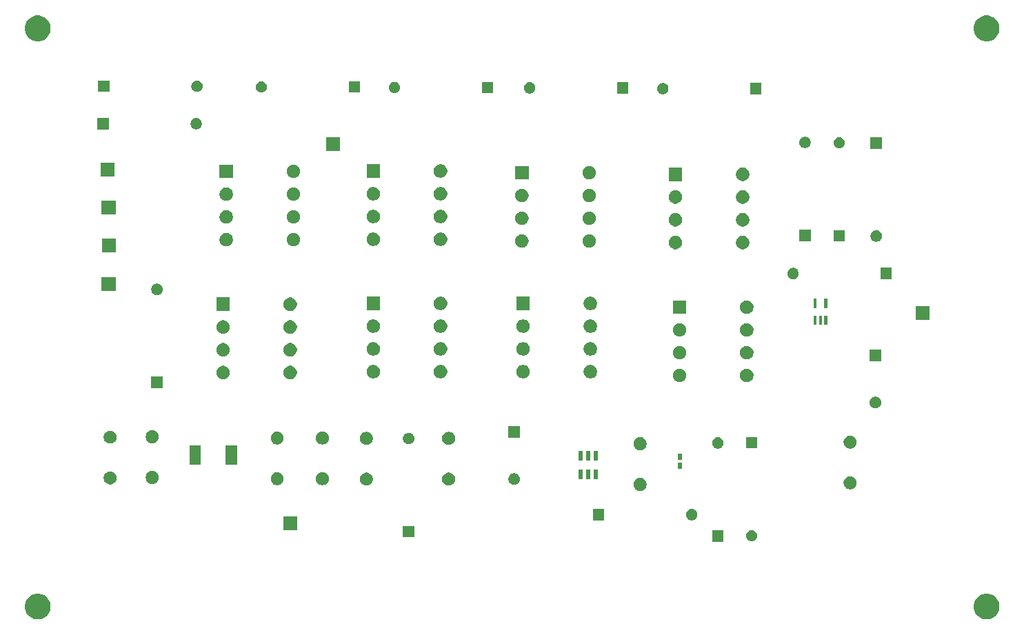
<source format=gbr>
G04 #@! TF.GenerationSoftware,KiCad,Pcbnew,(5.0.1)-3*
G04 #@! TF.CreationDate,2018-11-14T16:56:54-05:00*
G04 #@! TF.ProjectId,folding_amp,666F6C64696E675F616D702E6B696361,rev?*
G04 #@! TF.SameCoordinates,Original*
G04 #@! TF.FileFunction,Soldermask,Top*
G04 #@! TF.FilePolarity,Negative*
%FSLAX46Y46*%
G04 Gerber Fmt 4.6, Leading zero omitted, Abs format (unit mm)*
G04 Created by KiCad (PCBNEW (5.0.1)-3) date 11/14/2018 4:56:54 PM*
%MOMM*%
%LPD*%
G01*
G04 APERTURE LIST*
%ADD10C,0.100000*%
G04 APERTURE END LIST*
D10*
G36*
X144313054Y-96373506D02*
X144313056Y-96373507D01*
X144313057Y-96373507D01*
X144419777Y-96417712D01*
X144601964Y-96493176D01*
X144861975Y-96666910D01*
X145083090Y-96888025D01*
X145256824Y-97148036D01*
X145376494Y-97436946D01*
X145437500Y-97743643D01*
X145437500Y-98056357D01*
X145376494Y-98363054D01*
X145256824Y-98651964D01*
X145083090Y-98911975D01*
X144861975Y-99133090D01*
X144601964Y-99306824D01*
X144419777Y-99382288D01*
X144313057Y-99426493D01*
X144313056Y-99426493D01*
X144313054Y-99426494D01*
X144006357Y-99487500D01*
X143693643Y-99487500D01*
X143386946Y-99426494D01*
X143386944Y-99426493D01*
X143386943Y-99426493D01*
X143280223Y-99382288D01*
X143098036Y-99306824D01*
X142838025Y-99133090D01*
X142616910Y-98911975D01*
X142443176Y-98651964D01*
X142323506Y-98363054D01*
X142262500Y-98056357D01*
X142262500Y-97743643D01*
X142323506Y-97436946D01*
X142443176Y-97148036D01*
X142616910Y-96888025D01*
X142838025Y-96666910D01*
X143098036Y-96493176D01*
X143280223Y-96417712D01*
X143386943Y-96373507D01*
X143386944Y-96373507D01*
X143386946Y-96373506D01*
X143693643Y-96312500D01*
X144006357Y-96312500D01*
X144313054Y-96373506D01*
X144313054Y-96373506D01*
G37*
G36*
X27813054Y-96373506D02*
X27813056Y-96373507D01*
X27813057Y-96373507D01*
X27919777Y-96417712D01*
X28101964Y-96493176D01*
X28361975Y-96666910D01*
X28583090Y-96888025D01*
X28756824Y-97148036D01*
X28876494Y-97436946D01*
X28937500Y-97743643D01*
X28937500Y-98056357D01*
X28876494Y-98363054D01*
X28756824Y-98651964D01*
X28583090Y-98911975D01*
X28361975Y-99133090D01*
X28101964Y-99306824D01*
X27919777Y-99382288D01*
X27813057Y-99426493D01*
X27813056Y-99426493D01*
X27813054Y-99426494D01*
X27506357Y-99487500D01*
X27193643Y-99487500D01*
X26886946Y-99426494D01*
X26886944Y-99426493D01*
X26886943Y-99426493D01*
X26780223Y-99382288D01*
X26598036Y-99306824D01*
X26338025Y-99133090D01*
X26116910Y-98911975D01*
X25943176Y-98651964D01*
X25823506Y-98363054D01*
X25762500Y-98056357D01*
X25762500Y-97743643D01*
X25823506Y-97436946D01*
X25943176Y-97148036D01*
X26116910Y-96888025D01*
X26338025Y-96666910D01*
X26598036Y-96493176D01*
X26780223Y-96417712D01*
X26886943Y-96373507D01*
X26886944Y-96373507D01*
X26886946Y-96373506D01*
X27193643Y-96312500D01*
X27506357Y-96312500D01*
X27813054Y-96373506D01*
X27813054Y-96373506D01*
G37*
G36*
X111548500Y-89928500D02*
X110151500Y-89928500D01*
X110151500Y-88531500D01*
X111548500Y-88531500D01*
X111548500Y-89928500D01*
X111548500Y-89928500D01*
G37*
G36*
X115203745Y-88528342D02*
X115330863Y-88580996D01*
X115445271Y-88657441D01*
X115542559Y-88754729D01*
X115619004Y-88869137D01*
X115671658Y-88996255D01*
X115698500Y-89131202D01*
X115698500Y-89268798D01*
X115671658Y-89403745D01*
X115619004Y-89530863D01*
X115542559Y-89645271D01*
X115445271Y-89742559D01*
X115330863Y-89819004D01*
X115203745Y-89871658D01*
X115068798Y-89898500D01*
X114931202Y-89898500D01*
X114796255Y-89871658D01*
X114669137Y-89819004D01*
X114554729Y-89742559D01*
X114457441Y-89645271D01*
X114380996Y-89530863D01*
X114328342Y-89403745D01*
X114301500Y-89268798D01*
X114301500Y-89131202D01*
X114328342Y-88996255D01*
X114380996Y-88869137D01*
X114457441Y-88754729D01*
X114554729Y-88657441D01*
X114669137Y-88580996D01*
X114796255Y-88528342D01*
X114931202Y-88501500D01*
X115068798Y-88501500D01*
X115203745Y-88528342D01*
X115203745Y-88528342D01*
G37*
G36*
X73598500Y-89378500D02*
X72201500Y-89378500D01*
X72201500Y-87981500D01*
X73598500Y-87981500D01*
X73598500Y-89378500D01*
X73598500Y-89378500D01*
G37*
G36*
X59200000Y-88500000D02*
X57500000Y-88500000D01*
X57500000Y-86800000D01*
X59200000Y-86800000D01*
X59200000Y-88500000D01*
X59200000Y-88500000D01*
G37*
G36*
X107853745Y-85928342D02*
X107980863Y-85980996D01*
X108095271Y-86057441D01*
X108192559Y-86154729D01*
X108269004Y-86269137D01*
X108321658Y-86396255D01*
X108348500Y-86531202D01*
X108348500Y-86668798D01*
X108321658Y-86803745D01*
X108269004Y-86930863D01*
X108192559Y-87045271D01*
X108095271Y-87142559D01*
X107980863Y-87219004D01*
X107853745Y-87271658D01*
X107718798Y-87298500D01*
X107581202Y-87298500D01*
X107446255Y-87271658D01*
X107319137Y-87219004D01*
X107204729Y-87142559D01*
X107107441Y-87045271D01*
X107030996Y-86930863D01*
X106978342Y-86803745D01*
X106951500Y-86668798D01*
X106951500Y-86531202D01*
X106978342Y-86396255D01*
X107030996Y-86269137D01*
X107107441Y-86154729D01*
X107204729Y-86057441D01*
X107319137Y-85980996D01*
X107446255Y-85928342D01*
X107581202Y-85901500D01*
X107718798Y-85901500D01*
X107853745Y-85928342D01*
X107853745Y-85928342D01*
G37*
G36*
X96918500Y-87298500D02*
X95521500Y-87298500D01*
X95521500Y-85901500D01*
X96918500Y-85901500D01*
X96918500Y-87298500D01*
X96918500Y-87298500D01*
G37*
G36*
X101533352Y-82130743D02*
X101678941Y-82191048D01*
X101809973Y-82278601D01*
X101921399Y-82390027D01*
X102008952Y-82521059D01*
X102069257Y-82666648D01*
X102100000Y-82821205D01*
X102100000Y-82978795D01*
X102069257Y-83133352D01*
X102008952Y-83278941D01*
X101921399Y-83409973D01*
X101809973Y-83521399D01*
X101678941Y-83608952D01*
X101533352Y-83669257D01*
X101378795Y-83700000D01*
X101221205Y-83700000D01*
X101066648Y-83669257D01*
X100921059Y-83608952D01*
X100790027Y-83521399D01*
X100678601Y-83409973D01*
X100591048Y-83278941D01*
X100530743Y-83133352D01*
X100500000Y-82978795D01*
X100500000Y-82821205D01*
X100530743Y-82666648D01*
X100591048Y-82521059D01*
X100678601Y-82390027D01*
X100790027Y-82278601D01*
X100921059Y-82191048D01*
X101066648Y-82130743D01*
X101221205Y-82100000D01*
X101378795Y-82100000D01*
X101533352Y-82130743D01*
X101533352Y-82130743D01*
G37*
G36*
X127333352Y-81930743D02*
X127478941Y-81991048D01*
X127609973Y-82078601D01*
X127721399Y-82190027D01*
X127808952Y-82321059D01*
X127869257Y-82466648D01*
X127900000Y-82621205D01*
X127900000Y-82778795D01*
X127869257Y-82933352D01*
X127808952Y-83078941D01*
X127721399Y-83209973D01*
X127609973Y-83321399D01*
X127478941Y-83408952D01*
X127333352Y-83469257D01*
X127178795Y-83500000D01*
X127021205Y-83500000D01*
X126866648Y-83469257D01*
X126721059Y-83408952D01*
X126590027Y-83321399D01*
X126478601Y-83209973D01*
X126391048Y-83078941D01*
X126330743Y-82933352D01*
X126300000Y-82778795D01*
X126300000Y-82621205D01*
X126330743Y-82466648D01*
X126391048Y-82321059D01*
X126478601Y-82190027D01*
X126590027Y-82078601D01*
X126721059Y-81991048D01*
X126866648Y-81930743D01*
X127021205Y-81900000D01*
X127178795Y-81900000D01*
X127333352Y-81930743D01*
X127333352Y-81930743D01*
G37*
G36*
X67933352Y-81480743D02*
X68078941Y-81541048D01*
X68209973Y-81628601D01*
X68321399Y-81740027D01*
X68408952Y-81871059D01*
X68469257Y-82016648D01*
X68500000Y-82171205D01*
X68500000Y-82328795D01*
X68469257Y-82483352D01*
X68408952Y-82628941D01*
X68321399Y-82759973D01*
X68209973Y-82871399D01*
X68078941Y-82958952D01*
X67933352Y-83019257D01*
X67778795Y-83050000D01*
X67621205Y-83050000D01*
X67466648Y-83019257D01*
X67321059Y-82958952D01*
X67190027Y-82871399D01*
X67078601Y-82759973D01*
X66991048Y-82628941D01*
X66930743Y-82483352D01*
X66900000Y-82328795D01*
X66900000Y-82171205D01*
X66930743Y-82016648D01*
X66991048Y-81871059D01*
X67078601Y-81740027D01*
X67190027Y-81628601D01*
X67321059Y-81541048D01*
X67466648Y-81480743D01*
X67621205Y-81450000D01*
X67778795Y-81450000D01*
X67933352Y-81480743D01*
X67933352Y-81480743D01*
G37*
G36*
X78033352Y-81480743D02*
X78178941Y-81541048D01*
X78309973Y-81628601D01*
X78421399Y-81740027D01*
X78508952Y-81871059D01*
X78569257Y-82016648D01*
X78600000Y-82171205D01*
X78600000Y-82328795D01*
X78569257Y-82483352D01*
X78508952Y-82628941D01*
X78421399Y-82759973D01*
X78309973Y-82871399D01*
X78178941Y-82958952D01*
X78033352Y-83019257D01*
X77878795Y-83050000D01*
X77721205Y-83050000D01*
X77566648Y-83019257D01*
X77421059Y-82958952D01*
X77290027Y-82871399D01*
X77178601Y-82759973D01*
X77091048Y-82628941D01*
X77030743Y-82483352D01*
X77000000Y-82328795D01*
X77000000Y-82171205D01*
X77030743Y-82016648D01*
X77091048Y-81871059D01*
X77178601Y-81740027D01*
X77290027Y-81628601D01*
X77421059Y-81541048D01*
X77566648Y-81480743D01*
X77721205Y-81450000D01*
X77878795Y-81450000D01*
X78033352Y-81480743D01*
X78033352Y-81480743D01*
G37*
G36*
X62533352Y-81430743D02*
X62678941Y-81491048D01*
X62809973Y-81578601D01*
X62921399Y-81690027D01*
X63008952Y-81821059D01*
X63069257Y-81966648D01*
X63100000Y-82121205D01*
X63100000Y-82278795D01*
X63069257Y-82433352D01*
X63008952Y-82578941D01*
X62921399Y-82709973D01*
X62809973Y-82821399D01*
X62678941Y-82908952D01*
X62533352Y-82969257D01*
X62378795Y-83000000D01*
X62221205Y-83000000D01*
X62066648Y-82969257D01*
X61921059Y-82908952D01*
X61790027Y-82821399D01*
X61678601Y-82709973D01*
X61591048Y-82578941D01*
X61530743Y-82433352D01*
X61500000Y-82278795D01*
X61500000Y-82121205D01*
X61530743Y-81966648D01*
X61591048Y-81821059D01*
X61678601Y-81690027D01*
X61790027Y-81578601D01*
X61921059Y-81491048D01*
X62066648Y-81430743D01*
X62221205Y-81400000D01*
X62378795Y-81400000D01*
X62533352Y-81430743D01*
X62533352Y-81430743D01*
G37*
G36*
X56983352Y-81430743D02*
X57128941Y-81491048D01*
X57259973Y-81578601D01*
X57371399Y-81690027D01*
X57458952Y-81821059D01*
X57519257Y-81966648D01*
X57550000Y-82121205D01*
X57550000Y-82278795D01*
X57519257Y-82433352D01*
X57458952Y-82578941D01*
X57371399Y-82709973D01*
X57259973Y-82821399D01*
X57128941Y-82908952D01*
X56983352Y-82969257D01*
X56828795Y-83000000D01*
X56671205Y-83000000D01*
X56516648Y-82969257D01*
X56371059Y-82908952D01*
X56240027Y-82821399D01*
X56128601Y-82709973D01*
X56041048Y-82578941D01*
X55980743Y-82433352D01*
X55950000Y-82278795D01*
X55950000Y-82121205D01*
X55980743Y-81966648D01*
X56041048Y-81821059D01*
X56128601Y-81690027D01*
X56240027Y-81578601D01*
X56371059Y-81491048D01*
X56516648Y-81430743D01*
X56671205Y-81400000D01*
X56828795Y-81400000D01*
X56983352Y-81430743D01*
X56983352Y-81430743D01*
G37*
G36*
X86057450Y-81566131D02*
X86186878Y-81619742D01*
X86303366Y-81697577D01*
X86402423Y-81796634D01*
X86480258Y-81913122D01*
X86533869Y-82042550D01*
X86561200Y-82179952D01*
X86561200Y-82320048D01*
X86533869Y-82457450D01*
X86480258Y-82586878D01*
X86402423Y-82703366D01*
X86303366Y-82802423D01*
X86186878Y-82880258D01*
X86057450Y-82933869D01*
X85920048Y-82961200D01*
X85779952Y-82961200D01*
X85642550Y-82933869D01*
X85513122Y-82880258D01*
X85396634Y-82802423D01*
X85297577Y-82703366D01*
X85219742Y-82586878D01*
X85166131Y-82457450D01*
X85138800Y-82320048D01*
X85138800Y-82179952D01*
X85166131Y-82042550D01*
X85219742Y-81913122D01*
X85297577Y-81796634D01*
X85396634Y-81697577D01*
X85513122Y-81619742D01*
X85642550Y-81566131D01*
X85779952Y-81538800D01*
X85920048Y-81538800D01*
X86057450Y-81566131D01*
X86057450Y-81566131D01*
G37*
G36*
X36483352Y-81330743D02*
X36628941Y-81391048D01*
X36759973Y-81478601D01*
X36871399Y-81590027D01*
X36958952Y-81721059D01*
X37019257Y-81866648D01*
X37050000Y-82021205D01*
X37050000Y-82178795D01*
X37019257Y-82333352D01*
X36958952Y-82478941D01*
X36871399Y-82609973D01*
X36759973Y-82721399D01*
X36628941Y-82808952D01*
X36483352Y-82869257D01*
X36328795Y-82900000D01*
X36171205Y-82900000D01*
X36016648Y-82869257D01*
X35871059Y-82808952D01*
X35740027Y-82721399D01*
X35628601Y-82609973D01*
X35541048Y-82478941D01*
X35480743Y-82333352D01*
X35450000Y-82178795D01*
X35450000Y-82021205D01*
X35480743Y-81866648D01*
X35541048Y-81721059D01*
X35628601Y-81590027D01*
X35740027Y-81478601D01*
X35871059Y-81391048D01*
X36016648Y-81330743D01*
X36171205Y-81300000D01*
X36328795Y-81300000D01*
X36483352Y-81330743D01*
X36483352Y-81330743D01*
G37*
G36*
X41633352Y-81280743D02*
X41778941Y-81341048D01*
X41909973Y-81428601D01*
X42021399Y-81540027D01*
X42108952Y-81671059D01*
X42169257Y-81816648D01*
X42200000Y-81971205D01*
X42200000Y-82128795D01*
X42169257Y-82283352D01*
X42108952Y-82428941D01*
X42021399Y-82559973D01*
X41909973Y-82671399D01*
X41778941Y-82758952D01*
X41633352Y-82819257D01*
X41478795Y-82850000D01*
X41321205Y-82850000D01*
X41166648Y-82819257D01*
X41021059Y-82758952D01*
X40890027Y-82671399D01*
X40778601Y-82559973D01*
X40691048Y-82428941D01*
X40630743Y-82283352D01*
X40600000Y-82128795D01*
X40600000Y-81971205D01*
X40630743Y-81816648D01*
X40691048Y-81671059D01*
X40778601Y-81540027D01*
X40890027Y-81428601D01*
X41021059Y-81341048D01*
X41166648Y-81280743D01*
X41321205Y-81250000D01*
X41478795Y-81250000D01*
X41633352Y-81280743D01*
X41633352Y-81280743D01*
G37*
G36*
X94219941Y-82273808D02*
X93711941Y-82273808D01*
X93711941Y-81054608D01*
X94219941Y-81054608D01*
X94219941Y-82273808D01*
X94219941Y-82273808D01*
G37*
G36*
X95169942Y-82273808D02*
X94661942Y-82273808D01*
X94661942Y-81054608D01*
X95169942Y-81054608D01*
X95169942Y-82273808D01*
X95169942Y-82273808D01*
G37*
G36*
X96119943Y-82273808D02*
X95611943Y-82273808D01*
X95611943Y-81054608D01*
X96119943Y-81054608D01*
X96119943Y-82273808D01*
X96119943Y-82273808D01*
G37*
G36*
X106450000Y-80950000D02*
X105950000Y-80950000D01*
X105950000Y-80250000D01*
X106450000Y-80250000D01*
X106450000Y-80950000D01*
X106450000Y-80950000D01*
G37*
G36*
X51808300Y-80490899D02*
X50411300Y-80490899D01*
X50411300Y-78109101D01*
X51808300Y-78109101D01*
X51808300Y-80490899D01*
X51808300Y-80490899D01*
G37*
G36*
X47388700Y-80490899D02*
X45991700Y-80490899D01*
X45991700Y-78109101D01*
X47388700Y-78109101D01*
X47388700Y-80490899D01*
X47388700Y-80490899D01*
G37*
G36*
X95169942Y-79987808D02*
X94661942Y-79987808D01*
X94661942Y-78768608D01*
X95169942Y-78768608D01*
X95169942Y-79987808D01*
X95169942Y-79987808D01*
G37*
G36*
X96119943Y-79987808D02*
X95611943Y-79987808D01*
X95611943Y-78768608D01*
X96119943Y-78768608D01*
X96119943Y-79987808D01*
X96119943Y-79987808D01*
G37*
G36*
X94219941Y-79987808D02*
X93711941Y-79987808D01*
X93711941Y-78768608D01*
X94219941Y-78768608D01*
X94219941Y-79987808D01*
X94219941Y-79987808D01*
G37*
G36*
X106450000Y-79850000D02*
X105950000Y-79850000D01*
X105950000Y-79150000D01*
X106450000Y-79150000D01*
X106450000Y-79850000D01*
X106450000Y-79850000D01*
G37*
G36*
X101533352Y-77130743D02*
X101678941Y-77191048D01*
X101809973Y-77278601D01*
X101921399Y-77390027D01*
X102008952Y-77521059D01*
X102069257Y-77666648D01*
X102100000Y-77821205D01*
X102100000Y-77978795D01*
X102069257Y-78133352D01*
X102008952Y-78278941D01*
X101921399Y-78409973D01*
X101809973Y-78521399D01*
X101678941Y-78608952D01*
X101533352Y-78669257D01*
X101378795Y-78700000D01*
X101221205Y-78700000D01*
X101066648Y-78669257D01*
X100921059Y-78608952D01*
X100790027Y-78521399D01*
X100678601Y-78409973D01*
X100591048Y-78278941D01*
X100530743Y-78133352D01*
X100500000Y-77978795D01*
X100500000Y-77821205D01*
X100530743Y-77666648D01*
X100591048Y-77521059D01*
X100678601Y-77390027D01*
X100790027Y-77278601D01*
X100921059Y-77191048D01*
X101066648Y-77130743D01*
X101221205Y-77100000D01*
X101378795Y-77100000D01*
X101533352Y-77130743D01*
X101533352Y-77130743D01*
G37*
G36*
X127333352Y-76930743D02*
X127478941Y-76991048D01*
X127609973Y-77078601D01*
X127721399Y-77190027D01*
X127808952Y-77321059D01*
X127869257Y-77466648D01*
X127900000Y-77621205D01*
X127900000Y-77778795D01*
X127869257Y-77933352D01*
X127808952Y-78078941D01*
X127721399Y-78209973D01*
X127609973Y-78321399D01*
X127478941Y-78408952D01*
X127333352Y-78469257D01*
X127178795Y-78500000D01*
X127021205Y-78500000D01*
X126866648Y-78469257D01*
X126721059Y-78408952D01*
X126590027Y-78321399D01*
X126478601Y-78209973D01*
X126391048Y-78078941D01*
X126330743Y-77933352D01*
X126300000Y-77778795D01*
X126300000Y-77621205D01*
X126330743Y-77466648D01*
X126391048Y-77321059D01*
X126478601Y-77190027D01*
X126590027Y-77078601D01*
X126721059Y-76991048D01*
X126866648Y-76930743D01*
X127021205Y-76900000D01*
X127178795Y-76900000D01*
X127333352Y-76930743D01*
X127333352Y-76930743D01*
G37*
G36*
X111053745Y-77128342D02*
X111180863Y-77180996D01*
X111295271Y-77257441D01*
X111392559Y-77354729D01*
X111469004Y-77469137D01*
X111521658Y-77596255D01*
X111548500Y-77731202D01*
X111548500Y-77868798D01*
X111521658Y-78003745D01*
X111469004Y-78130863D01*
X111392559Y-78245271D01*
X111295271Y-78342559D01*
X111180863Y-78419004D01*
X111053745Y-78471658D01*
X110918798Y-78498500D01*
X110781202Y-78498500D01*
X110646255Y-78471658D01*
X110519137Y-78419004D01*
X110404729Y-78342559D01*
X110307441Y-78245271D01*
X110230996Y-78130863D01*
X110178342Y-78003745D01*
X110151500Y-77868798D01*
X110151500Y-77731202D01*
X110178342Y-77596255D01*
X110230996Y-77469137D01*
X110307441Y-77354729D01*
X110404729Y-77257441D01*
X110519137Y-77180996D01*
X110646255Y-77128342D01*
X110781202Y-77101500D01*
X110918798Y-77101500D01*
X111053745Y-77128342D01*
X111053745Y-77128342D01*
G37*
G36*
X115698500Y-78468500D02*
X114301500Y-78468500D01*
X114301500Y-77071500D01*
X115698500Y-77071500D01*
X115698500Y-78468500D01*
X115698500Y-78468500D01*
G37*
G36*
X78033352Y-76480743D02*
X78178941Y-76541048D01*
X78309973Y-76628601D01*
X78421399Y-76740027D01*
X78508952Y-76871059D01*
X78569257Y-77016648D01*
X78600000Y-77171205D01*
X78600000Y-77328795D01*
X78569257Y-77483352D01*
X78508952Y-77628941D01*
X78421399Y-77759973D01*
X78309973Y-77871399D01*
X78178941Y-77958952D01*
X78033352Y-78019257D01*
X77878795Y-78050000D01*
X77721205Y-78050000D01*
X77566648Y-78019257D01*
X77421059Y-77958952D01*
X77290027Y-77871399D01*
X77178601Y-77759973D01*
X77091048Y-77628941D01*
X77030743Y-77483352D01*
X77000000Y-77328795D01*
X77000000Y-77171205D01*
X77030743Y-77016648D01*
X77091048Y-76871059D01*
X77178601Y-76740027D01*
X77290027Y-76628601D01*
X77421059Y-76541048D01*
X77566648Y-76480743D01*
X77721205Y-76450000D01*
X77878795Y-76450000D01*
X78033352Y-76480743D01*
X78033352Y-76480743D01*
G37*
G36*
X67933352Y-76480743D02*
X68078941Y-76541048D01*
X68209973Y-76628601D01*
X68321399Y-76740027D01*
X68408952Y-76871059D01*
X68469257Y-77016648D01*
X68500000Y-77171205D01*
X68500000Y-77328795D01*
X68469257Y-77483352D01*
X68408952Y-77628941D01*
X68321399Y-77759973D01*
X68209973Y-77871399D01*
X68078941Y-77958952D01*
X67933352Y-78019257D01*
X67778795Y-78050000D01*
X67621205Y-78050000D01*
X67466648Y-78019257D01*
X67321059Y-77958952D01*
X67190027Y-77871399D01*
X67078601Y-77759973D01*
X66991048Y-77628941D01*
X66930743Y-77483352D01*
X66900000Y-77328795D01*
X66900000Y-77171205D01*
X66930743Y-77016648D01*
X66991048Y-76871059D01*
X67078601Y-76740027D01*
X67190027Y-76628601D01*
X67321059Y-76541048D01*
X67466648Y-76480743D01*
X67621205Y-76450000D01*
X67778795Y-76450000D01*
X67933352Y-76480743D01*
X67933352Y-76480743D01*
G37*
G36*
X62533352Y-76430743D02*
X62678941Y-76491048D01*
X62809973Y-76578601D01*
X62921399Y-76690027D01*
X63008952Y-76821059D01*
X63069257Y-76966648D01*
X63100000Y-77121205D01*
X63100000Y-77278795D01*
X63069257Y-77433352D01*
X63008952Y-77578941D01*
X62921399Y-77709973D01*
X62809973Y-77821399D01*
X62678941Y-77908952D01*
X62533352Y-77969257D01*
X62378795Y-78000000D01*
X62221205Y-78000000D01*
X62066648Y-77969257D01*
X61921059Y-77908952D01*
X61790027Y-77821399D01*
X61678601Y-77709973D01*
X61591048Y-77578941D01*
X61530743Y-77433352D01*
X61500000Y-77278795D01*
X61500000Y-77121205D01*
X61530743Y-76966648D01*
X61591048Y-76821059D01*
X61678601Y-76690027D01*
X61790027Y-76578601D01*
X61921059Y-76491048D01*
X62066648Y-76430743D01*
X62221205Y-76400000D01*
X62378795Y-76400000D01*
X62533352Y-76430743D01*
X62533352Y-76430743D01*
G37*
G36*
X56983352Y-76430743D02*
X57128941Y-76491048D01*
X57259973Y-76578601D01*
X57371399Y-76690027D01*
X57458952Y-76821059D01*
X57519257Y-76966648D01*
X57550000Y-77121205D01*
X57550000Y-77278795D01*
X57519257Y-77433352D01*
X57458952Y-77578941D01*
X57371399Y-77709973D01*
X57259973Y-77821399D01*
X57128941Y-77908952D01*
X56983352Y-77969257D01*
X56828795Y-78000000D01*
X56671205Y-78000000D01*
X56516648Y-77969257D01*
X56371059Y-77908952D01*
X56240027Y-77821399D01*
X56128601Y-77709973D01*
X56041048Y-77578941D01*
X55980743Y-77433352D01*
X55950000Y-77278795D01*
X55950000Y-77121205D01*
X55980743Y-76966648D01*
X56041048Y-76821059D01*
X56128601Y-76690027D01*
X56240027Y-76578601D01*
X56371059Y-76491048D01*
X56516648Y-76430743D01*
X56671205Y-76400000D01*
X56828795Y-76400000D01*
X56983352Y-76430743D01*
X56983352Y-76430743D01*
G37*
G36*
X73103745Y-76578342D02*
X73230863Y-76630996D01*
X73345271Y-76707441D01*
X73442559Y-76804729D01*
X73519004Y-76919137D01*
X73571658Y-77046255D01*
X73598500Y-77181202D01*
X73598500Y-77318798D01*
X73571658Y-77453745D01*
X73519004Y-77580863D01*
X73442559Y-77695271D01*
X73345271Y-77792559D01*
X73230863Y-77869004D01*
X73103745Y-77921658D01*
X72968798Y-77948500D01*
X72831202Y-77948500D01*
X72696255Y-77921658D01*
X72569137Y-77869004D01*
X72454729Y-77792559D01*
X72357441Y-77695271D01*
X72280996Y-77580863D01*
X72228342Y-77453745D01*
X72201500Y-77318798D01*
X72201500Y-77181202D01*
X72228342Y-77046255D01*
X72280996Y-76919137D01*
X72357441Y-76804729D01*
X72454729Y-76707441D01*
X72569137Y-76630996D01*
X72696255Y-76578342D01*
X72831202Y-76551500D01*
X72968798Y-76551500D01*
X73103745Y-76578342D01*
X73103745Y-76578342D01*
G37*
G36*
X36483352Y-76330743D02*
X36628941Y-76391048D01*
X36759973Y-76478601D01*
X36871399Y-76590027D01*
X36958952Y-76721059D01*
X37019257Y-76866648D01*
X37050000Y-77021205D01*
X37050000Y-77178795D01*
X37019257Y-77333352D01*
X36958952Y-77478941D01*
X36871399Y-77609973D01*
X36759973Y-77721399D01*
X36628941Y-77808952D01*
X36483352Y-77869257D01*
X36328795Y-77900000D01*
X36171205Y-77900000D01*
X36016648Y-77869257D01*
X35871059Y-77808952D01*
X35740027Y-77721399D01*
X35628601Y-77609973D01*
X35541048Y-77478941D01*
X35480743Y-77333352D01*
X35450000Y-77178795D01*
X35450000Y-77021205D01*
X35480743Y-76866648D01*
X35541048Y-76721059D01*
X35628601Y-76590027D01*
X35740027Y-76478601D01*
X35871059Y-76391048D01*
X36016648Y-76330743D01*
X36171205Y-76300000D01*
X36328795Y-76300000D01*
X36483352Y-76330743D01*
X36483352Y-76330743D01*
G37*
G36*
X41633352Y-76280743D02*
X41778941Y-76341048D01*
X41909973Y-76428601D01*
X42021399Y-76540027D01*
X42108952Y-76671059D01*
X42169257Y-76816648D01*
X42200000Y-76971205D01*
X42200000Y-77128795D01*
X42169257Y-77283352D01*
X42108952Y-77428941D01*
X42021399Y-77559973D01*
X41909973Y-77671399D01*
X41778941Y-77758952D01*
X41633352Y-77819257D01*
X41478795Y-77850000D01*
X41321205Y-77850000D01*
X41166648Y-77819257D01*
X41021059Y-77758952D01*
X40890027Y-77671399D01*
X40778601Y-77559973D01*
X40691048Y-77428941D01*
X40630743Y-77283352D01*
X40600000Y-77128795D01*
X40600000Y-76971205D01*
X40630743Y-76816648D01*
X40691048Y-76671059D01*
X40778601Y-76540027D01*
X40890027Y-76428601D01*
X41021059Y-76341048D01*
X41166648Y-76280743D01*
X41321205Y-76250000D01*
X41478795Y-76250000D01*
X41633352Y-76280743D01*
X41633352Y-76280743D01*
G37*
G36*
X86561200Y-77170000D02*
X85138800Y-77170000D01*
X85138800Y-75747600D01*
X86561200Y-75747600D01*
X86561200Y-77170000D01*
X86561200Y-77170000D01*
G37*
G36*
X130407450Y-72166131D02*
X130536878Y-72219742D01*
X130653366Y-72297577D01*
X130752423Y-72396634D01*
X130830258Y-72513122D01*
X130883869Y-72642550D01*
X130911200Y-72779952D01*
X130911200Y-72920048D01*
X130883869Y-73057450D01*
X130830258Y-73186878D01*
X130752423Y-73303366D01*
X130653366Y-73402423D01*
X130536878Y-73480258D01*
X130407450Y-73533869D01*
X130270048Y-73561200D01*
X130129952Y-73561200D01*
X129992550Y-73533869D01*
X129863122Y-73480258D01*
X129746634Y-73402423D01*
X129647577Y-73303366D01*
X129569742Y-73186878D01*
X129516131Y-73057450D01*
X129488800Y-72920048D01*
X129488800Y-72779952D01*
X129516131Y-72642550D01*
X129569742Y-72513122D01*
X129647577Y-72396634D01*
X129746634Y-72297577D01*
X129863122Y-72219742D01*
X129992550Y-72166131D01*
X130129952Y-72138800D01*
X130270048Y-72138800D01*
X130407450Y-72166131D01*
X130407450Y-72166131D01*
G37*
G36*
X42698500Y-71078500D02*
X41301500Y-71078500D01*
X41301500Y-69681500D01*
X42698500Y-69681500D01*
X42698500Y-71078500D01*
X42698500Y-71078500D01*
G37*
G36*
X106385787Y-68706223D02*
X106536022Y-68768452D01*
X106671228Y-68858794D01*
X106786206Y-68973772D01*
X106876548Y-69108978D01*
X106938777Y-69259213D01*
X106970500Y-69418694D01*
X106970500Y-69581306D01*
X106938777Y-69740787D01*
X106876548Y-69891022D01*
X106786206Y-70026228D01*
X106671228Y-70141206D01*
X106536022Y-70231548D01*
X106385787Y-70293777D01*
X106226306Y-70325500D01*
X106063694Y-70325500D01*
X105904213Y-70293777D01*
X105753978Y-70231548D01*
X105618772Y-70141206D01*
X105503794Y-70026228D01*
X105413452Y-69891022D01*
X105351223Y-69740787D01*
X105319500Y-69581306D01*
X105319500Y-69418694D01*
X105351223Y-69259213D01*
X105413452Y-69108978D01*
X105503794Y-68973772D01*
X105618772Y-68858794D01*
X105753978Y-68768452D01*
X105904213Y-68706223D01*
X106063694Y-68674500D01*
X106226306Y-68674500D01*
X106385787Y-68706223D01*
X106385787Y-68706223D01*
G37*
G36*
X114640787Y-68706223D02*
X114791022Y-68768452D01*
X114926228Y-68858794D01*
X115041206Y-68973772D01*
X115131548Y-69108978D01*
X115193777Y-69259213D01*
X115225500Y-69418694D01*
X115225500Y-69581306D01*
X115193777Y-69740787D01*
X115131548Y-69891022D01*
X115041206Y-70026228D01*
X114926228Y-70141206D01*
X114791022Y-70231548D01*
X114640787Y-70293777D01*
X114481306Y-70325500D01*
X114318694Y-70325500D01*
X114159213Y-70293777D01*
X114008978Y-70231548D01*
X113873772Y-70141206D01*
X113758794Y-70026228D01*
X113668452Y-69891022D01*
X113606223Y-69740787D01*
X113574500Y-69581306D01*
X113574500Y-69418694D01*
X113606223Y-69259213D01*
X113668452Y-69108978D01*
X113758794Y-68973772D01*
X113873772Y-68858794D01*
X114008978Y-68768452D01*
X114159213Y-68706223D01*
X114318694Y-68674500D01*
X114481306Y-68674500D01*
X114640787Y-68706223D01*
X114640787Y-68706223D01*
G37*
G36*
X58590787Y-68356223D02*
X58741022Y-68418452D01*
X58876228Y-68508794D01*
X58991206Y-68623772D01*
X59081548Y-68758978D01*
X59143777Y-68909213D01*
X59175500Y-69068694D01*
X59175500Y-69231306D01*
X59143777Y-69390787D01*
X59081548Y-69541022D01*
X58991206Y-69676228D01*
X58876228Y-69791206D01*
X58741022Y-69881548D01*
X58590787Y-69943777D01*
X58431306Y-69975500D01*
X58268694Y-69975500D01*
X58109213Y-69943777D01*
X57958978Y-69881548D01*
X57823772Y-69791206D01*
X57708794Y-69676228D01*
X57618452Y-69541022D01*
X57556223Y-69390787D01*
X57524500Y-69231306D01*
X57524500Y-69068694D01*
X57556223Y-68909213D01*
X57618452Y-68758978D01*
X57708794Y-68623772D01*
X57823772Y-68508794D01*
X57958978Y-68418452D01*
X58109213Y-68356223D01*
X58268694Y-68324500D01*
X58431306Y-68324500D01*
X58590787Y-68356223D01*
X58590787Y-68356223D01*
G37*
G36*
X50335787Y-68356223D02*
X50486022Y-68418452D01*
X50621228Y-68508794D01*
X50736206Y-68623772D01*
X50826548Y-68758978D01*
X50888777Y-68909213D01*
X50920500Y-69068694D01*
X50920500Y-69231306D01*
X50888777Y-69390787D01*
X50826548Y-69541022D01*
X50736206Y-69676228D01*
X50621228Y-69791206D01*
X50486022Y-69881548D01*
X50335787Y-69943777D01*
X50176306Y-69975500D01*
X50013694Y-69975500D01*
X49854213Y-69943777D01*
X49703978Y-69881548D01*
X49568772Y-69791206D01*
X49453794Y-69676228D01*
X49363452Y-69541022D01*
X49301223Y-69390787D01*
X49269500Y-69231306D01*
X49269500Y-69068694D01*
X49301223Y-68909213D01*
X49363452Y-68758978D01*
X49453794Y-68623772D01*
X49568772Y-68508794D01*
X49703978Y-68418452D01*
X49854213Y-68356223D01*
X50013694Y-68324500D01*
X50176306Y-68324500D01*
X50335787Y-68356223D01*
X50335787Y-68356223D01*
G37*
G36*
X68785787Y-68256223D02*
X68936022Y-68318452D01*
X69071228Y-68408794D01*
X69186206Y-68523772D01*
X69276548Y-68658978D01*
X69338777Y-68809213D01*
X69370500Y-68968694D01*
X69370500Y-69131306D01*
X69338777Y-69290787D01*
X69276548Y-69441022D01*
X69186206Y-69576228D01*
X69071228Y-69691206D01*
X68936022Y-69781548D01*
X68785787Y-69843777D01*
X68626306Y-69875500D01*
X68463694Y-69875500D01*
X68304213Y-69843777D01*
X68153978Y-69781548D01*
X68018772Y-69691206D01*
X67903794Y-69576228D01*
X67813452Y-69441022D01*
X67751223Y-69290787D01*
X67719500Y-69131306D01*
X67719500Y-68968694D01*
X67751223Y-68809213D01*
X67813452Y-68658978D01*
X67903794Y-68523772D01*
X68018772Y-68408794D01*
X68153978Y-68318452D01*
X68304213Y-68256223D01*
X68463694Y-68224500D01*
X68626306Y-68224500D01*
X68785787Y-68256223D01*
X68785787Y-68256223D01*
G37*
G36*
X87185787Y-68256223D02*
X87336022Y-68318452D01*
X87471228Y-68408794D01*
X87586206Y-68523772D01*
X87676548Y-68658978D01*
X87738777Y-68809213D01*
X87770500Y-68968694D01*
X87770500Y-69131306D01*
X87738777Y-69290787D01*
X87676548Y-69441022D01*
X87586206Y-69576228D01*
X87471228Y-69691206D01*
X87336022Y-69781548D01*
X87185787Y-69843777D01*
X87026306Y-69875500D01*
X86863694Y-69875500D01*
X86704213Y-69843777D01*
X86553978Y-69781548D01*
X86418772Y-69691206D01*
X86303794Y-69576228D01*
X86213452Y-69441022D01*
X86151223Y-69290787D01*
X86119500Y-69131306D01*
X86119500Y-68968694D01*
X86151223Y-68809213D01*
X86213452Y-68658978D01*
X86303794Y-68523772D01*
X86418772Y-68408794D01*
X86553978Y-68318452D01*
X86704213Y-68256223D01*
X86863694Y-68224500D01*
X87026306Y-68224500D01*
X87185787Y-68256223D01*
X87185787Y-68256223D01*
G37*
G36*
X77040787Y-68256223D02*
X77191022Y-68318452D01*
X77326228Y-68408794D01*
X77441206Y-68523772D01*
X77531548Y-68658978D01*
X77593777Y-68809213D01*
X77625500Y-68968694D01*
X77625500Y-69131306D01*
X77593777Y-69290787D01*
X77531548Y-69441022D01*
X77441206Y-69576228D01*
X77326228Y-69691206D01*
X77191022Y-69781548D01*
X77040787Y-69843777D01*
X76881306Y-69875500D01*
X76718694Y-69875500D01*
X76559213Y-69843777D01*
X76408978Y-69781548D01*
X76273772Y-69691206D01*
X76158794Y-69576228D01*
X76068452Y-69441022D01*
X76006223Y-69290787D01*
X75974500Y-69131306D01*
X75974500Y-68968694D01*
X76006223Y-68809213D01*
X76068452Y-68658978D01*
X76158794Y-68523772D01*
X76273772Y-68408794D01*
X76408978Y-68318452D01*
X76559213Y-68256223D01*
X76718694Y-68224500D01*
X76881306Y-68224500D01*
X77040787Y-68256223D01*
X77040787Y-68256223D01*
G37*
G36*
X95440787Y-68256223D02*
X95591022Y-68318452D01*
X95726228Y-68408794D01*
X95841206Y-68523772D01*
X95931548Y-68658978D01*
X95993777Y-68809213D01*
X96025500Y-68968694D01*
X96025500Y-69131306D01*
X95993777Y-69290787D01*
X95931548Y-69441022D01*
X95841206Y-69576228D01*
X95726228Y-69691206D01*
X95591022Y-69781548D01*
X95440787Y-69843777D01*
X95281306Y-69875500D01*
X95118694Y-69875500D01*
X94959213Y-69843777D01*
X94808978Y-69781548D01*
X94673772Y-69691206D01*
X94558794Y-69576228D01*
X94468452Y-69441022D01*
X94406223Y-69290787D01*
X94374500Y-69131306D01*
X94374500Y-68968694D01*
X94406223Y-68809213D01*
X94468452Y-68658978D01*
X94558794Y-68523772D01*
X94673772Y-68408794D01*
X94808978Y-68318452D01*
X94959213Y-68256223D01*
X95118694Y-68224500D01*
X95281306Y-68224500D01*
X95440787Y-68256223D01*
X95440787Y-68256223D01*
G37*
G36*
X130911200Y-67770000D02*
X129488800Y-67770000D01*
X129488800Y-66347600D01*
X130911200Y-66347600D01*
X130911200Y-67770000D01*
X130911200Y-67770000D01*
G37*
G36*
X114640787Y-65912223D02*
X114791022Y-65974452D01*
X114926228Y-66064794D01*
X115041206Y-66179772D01*
X115131548Y-66314978D01*
X115193777Y-66465213D01*
X115225500Y-66624694D01*
X115225500Y-66787306D01*
X115193777Y-66946787D01*
X115131548Y-67097022D01*
X115041206Y-67232228D01*
X114926228Y-67347206D01*
X114791022Y-67437548D01*
X114640787Y-67499777D01*
X114481306Y-67531500D01*
X114318694Y-67531500D01*
X114159213Y-67499777D01*
X114008978Y-67437548D01*
X113873772Y-67347206D01*
X113758794Y-67232228D01*
X113668452Y-67097022D01*
X113606223Y-66946787D01*
X113574500Y-66787306D01*
X113574500Y-66624694D01*
X113606223Y-66465213D01*
X113668452Y-66314978D01*
X113758794Y-66179772D01*
X113873772Y-66064794D01*
X114008978Y-65974452D01*
X114159213Y-65912223D01*
X114318694Y-65880500D01*
X114481306Y-65880500D01*
X114640787Y-65912223D01*
X114640787Y-65912223D01*
G37*
G36*
X106385787Y-65912223D02*
X106536022Y-65974452D01*
X106671228Y-66064794D01*
X106786206Y-66179772D01*
X106876548Y-66314978D01*
X106938777Y-66465213D01*
X106970500Y-66624694D01*
X106970500Y-66787306D01*
X106938777Y-66946787D01*
X106876548Y-67097022D01*
X106786206Y-67232228D01*
X106671228Y-67347206D01*
X106536022Y-67437548D01*
X106385787Y-67499777D01*
X106226306Y-67531500D01*
X106063694Y-67531500D01*
X105904213Y-67499777D01*
X105753978Y-67437548D01*
X105618772Y-67347206D01*
X105503794Y-67232228D01*
X105413452Y-67097022D01*
X105351223Y-66946787D01*
X105319500Y-66787306D01*
X105319500Y-66624694D01*
X105351223Y-66465213D01*
X105413452Y-66314978D01*
X105503794Y-66179772D01*
X105618772Y-66064794D01*
X105753978Y-65974452D01*
X105904213Y-65912223D01*
X106063694Y-65880500D01*
X106226306Y-65880500D01*
X106385787Y-65912223D01*
X106385787Y-65912223D01*
G37*
G36*
X50335787Y-65562223D02*
X50486022Y-65624452D01*
X50621228Y-65714794D01*
X50736206Y-65829772D01*
X50826548Y-65964978D01*
X50888777Y-66115213D01*
X50920500Y-66274694D01*
X50920500Y-66437306D01*
X50888777Y-66596787D01*
X50826548Y-66747022D01*
X50736206Y-66882228D01*
X50621228Y-66997206D01*
X50486022Y-67087548D01*
X50335787Y-67149777D01*
X50176306Y-67181500D01*
X50013694Y-67181500D01*
X49854213Y-67149777D01*
X49703978Y-67087548D01*
X49568772Y-66997206D01*
X49453794Y-66882228D01*
X49363452Y-66747022D01*
X49301223Y-66596787D01*
X49269500Y-66437306D01*
X49269500Y-66274694D01*
X49301223Y-66115213D01*
X49363452Y-65964978D01*
X49453794Y-65829772D01*
X49568772Y-65714794D01*
X49703978Y-65624452D01*
X49854213Y-65562223D01*
X50013694Y-65530500D01*
X50176306Y-65530500D01*
X50335787Y-65562223D01*
X50335787Y-65562223D01*
G37*
G36*
X58590787Y-65562223D02*
X58741022Y-65624452D01*
X58876228Y-65714794D01*
X58991206Y-65829772D01*
X59081548Y-65964978D01*
X59143777Y-66115213D01*
X59175500Y-66274694D01*
X59175500Y-66437306D01*
X59143777Y-66596787D01*
X59081548Y-66747022D01*
X58991206Y-66882228D01*
X58876228Y-66997206D01*
X58741022Y-67087548D01*
X58590787Y-67149777D01*
X58431306Y-67181500D01*
X58268694Y-67181500D01*
X58109213Y-67149777D01*
X57958978Y-67087548D01*
X57823772Y-66997206D01*
X57708794Y-66882228D01*
X57618452Y-66747022D01*
X57556223Y-66596787D01*
X57524500Y-66437306D01*
X57524500Y-66274694D01*
X57556223Y-66115213D01*
X57618452Y-65964978D01*
X57708794Y-65829772D01*
X57823772Y-65714794D01*
X57958978Y-65624452D01*
X58109213Y-65562223D01*
X58268694Y-65530500D01*
X58431306Y-65530500D01*
X58590787Y-65562223D01*
X58590787Y-65562223D01*
G37*
G36*
X95440787Y-65462223D02*
X95591022Y-65524452D01*
X95726228Y-65614794D01*
X95841206Y-65729772D01*
X95931548Y-65864978D01*
X95993777Y-66015213D01*
X96025500Y-66174694D01*
X96025500Y-66337306D01*
X95993777Y-66496787D01*
X95931548Y-66647022D01*
X95841206Y-66782228D01*
X95726228Y-66897206D01*
X95591022Y-66987548D01*
X95440787Y-67049777D01*
X95281306Y-67081500D01*
X95118694Y-67081500D01*
X94959213Y-67049777D01*
X94808978Y-66987548D01*
X94673772Y-66897206D01*
X94558794Y-66782228D01*
X94468452Y-66647022D01*
X94406223Y-66496787D01*
X94374500Y-66337306D01*
X94374500Y-66174694D01*
X94406223Y-66015213D01*
X94468452Y-65864978D01*
X94558794Y-65729772D01*
X94673772Y-65614794D01*
X94808978Y-65524452D01*
X94959213Y-65462223D01*
X95118694Y-65430500D01*
X95281306Y-65430500D01*
X95440787Y-65462223D01*
X95440787Y-65462223D01*
G37*
G36*
X77040787Y-65462223D02*
X77191022Y-65524452D01*
X77326228Y-65614794D01*
X77441206Y-65729772D01*
X77531548Y-65864978D01*
X77593777Y-66015213D01*
X77625500Y-66174694D01*
X77625500Y-66337306D01*
X77593777Y-66496787D01*
X77531548Y-66647022D01*
X77441206Y-66782228D01*
X77326228Y-66897206D01*
X77191022Y-66987548D01*
X77040787Y-67049777D01*
X76881306Y-67081500D01*
X76718694Y-67081500D01*
X76559213Y-67049777D01*
X76408978Y-66987548D01*
X76273772Y-66897206D01*
X76158794Y-66782228D01*
X76068452Y-66647022D01*
X76006223Y-66496787D01*
X75974500Y-66337306D01*
X75974500Y-66174694D01*
X76006223Y-66015213D01*
X76068452Y-65864978D01*
X76158794Y-65729772D01*
X76273772Y-65614794D01*
X76408978Y-65524452D01*
X76559213Y-65462223D01*
X76718694Y-65430500D01*
X76881306Y-65430500D01*
X77040787Y-65462223D01*
X77040787Y-65462223D01*
G37*
G36*
X87185787Y-65462223D02*
X87336022Y-65524452D01*
X87471228Y-65614794D01*
X87586206Y-65729772D01*
X87676548Y-65864978D01*
X87738777Y-66015213D01*
X87770500Y-66174694D01*
X87770500Y-66337306D01*
X87738777Y-66496787D01*
X87676548Y-66647022D01*
X87586206Y-66782228D01*
X87471228Y-66897206D01*
X87336022Y-66987548D01*
X87185787Y-67049777D01*
X87026306Y-67081500D01*
X86863694Y-67081500D01*
X86704213Y-67049777D01*
X86553978Y-66987548D01*
X86418772Y-66897206D01*
X86303794Y-66782228D01*
X86213452Y-66647022D01*
X86151223Y-66496787D01*
X86119500Y-66337306D01*
X86119500Y-66174694D01*
X86151223Y-66015213D01*
X86213452Y-65864978D01*
X86303794Y-65729772D01*
X86418772Y-65614794D01*
X86553978Y-65524452D01*
X86704213Y-65462223D01*
X86863694Y-65430500D01*
X87026306Y-65430500D01*
X87185787Y-65462223D01*
X87185787Y-65462223D01*
G37*
G36*
X68785787Y-65462223D02*
X68936022Y-65524452D01*
X69071228Y-65614794D01*
X69186206Y-65729772D01*
X69276548Y-65864978D01*
X69338777Y-66015213D01*
X69370500Y-66174694D01*
X69370500Y-66337306D01*
X69338777Y-66496787D01*
X69276548Y-66647022D01*
X69186206Y-66782228D01*
X69071228Y-66897206D01*
X68936022Y-66987548D01*
X68785787Y-67049777D01*
X68626306Y-67081500D01*
X68463694Y-67081500D01*
X68304213Y-67049777D01*
X68153978Y-66987548D01*
X68018772Y-66897206D01*
X67903794Y-66782228D01*
X67813452Y-66647022D01*
X67751223Y-66496787D01*
X67719500Y-66337306D01*
X67719500Y-66174694D01*
X67751223Y-66015213D01*
X67813452Y-65864978D01*
X67903794Y-65729772D01*
X68018772Y-65614794D01*
X68153978Y-65524452D01*
X68304213Y-65462223D01*
X68463694Y-65430500D01*
X68626306Y-65430500D01*
X68785787Y-65462223D01*
X68785787Y-65462223D01*
G37*
G36*
X114640787Y-63118223D02*
X114791022Y-63180452D01*
X114926228Y-63270794D01*
X115041206Y-63385772D01*
X115131548Y-63520978D01*
X115193777Y-63671213D01*
X115225500Y-63830694D01*
X115225500Y-63993306D01*
X115193777Y-64152787D01*
X115131548Y-64303022D01*
X115041206Y-64438228D01*
X114926228Y-64553206D01*
X114791022Y-64643548D01*
X114640787Y-64705777D01*
X114481306Y-64737500D01*
X114318694Y-64737500D01*
X114159213Y-64705777D01*
X114008978Y-64643548D01*
X113873772Y-64553206D01*
X113758794Y-64438228D01*
X113668452Y-64303022D01*
X113606223Y-64152787D01*
X113574500Y-63993306D01*
X113574500Y-63830694D01*
X113606223Y-63671213D01*
X113668452Y-63520978D01*
X113758794Y-63385772D01*
X113873772Y-63270794D01*
X114008978Y-63180452D01*
X114159213Y-63118223D01*
X114318694Y-63086500D01*
X114481306Y-63086500D01*
X114640787Y-63118223D01*
X114640787Y-63118223D01*
G37*
G36*
X106385787Y-63118223D02*
X106536022Y-63180452D01*
X106671228Y-63270794D01*
X106786206Y-63385772D01*
X106876548Y-63520978D01*
X106938777Y-63671213D01*
X106970500Y-63830694D01*
X106970500Y-63993306D01*
X106938777Y-64152787D01*
X106876548Y-64303022D01*
X106786206Y-64438228D01*
X106671228Y-64553206D01*
X106536022Y-64643548D01*
X106385787Y-64705777D01*
X106226306Y-64737500D01*
X106063694Y-64737500D01*
X105904213Y-64705777D01*
X105753978Y-64643548D01*
X105618772Y-64553206D01*
X105503794Y-64438228D01*
X105413452Y-64303022D01*
X105351223Y-64152787D01*
X105319500Y-63993306D01*
X105319500Y-63830694D01*
X105351223Y-63671213D01*
X105413452Y-63520978D01*
X105503794Y-63385772D01*
X105618772Y-63270794D01*
X105753978Y-63180452D01*
X105904213Y-63118223D01*
X106063694Y-63086500D01*
X106226306Y-63086500D01*
X106385787Y-63118223D01*
X106385787Y-63118223D01*
G37*
G36*
X50335787Y-62768223D02*
X50486022Y-62830452D01*
X50621228Y-62920794D01*
X50736206Y-63035772D01*
X50826548Y-63170978D01*
X50888777Y-63321213D01*
X50920500Y-63480694D01*
X50920500Y-63643306D01*
X50888777Y-63802787D01*
X50826548Y-63953022D01*
X50736206Y-64088228D01*
X50621228Y-64203206D01*
X50486022Y-64293548D01*
X50335787Y-64355777D01*
X50176306Y-64387500D01*
X50013694Y-64387500D01*
X49854213Y-64355777D01*
X49703978Y-64293548D01*
X49568772Y-64203206D01*
X49453794Y-64088228D01*
X49363452Y-63953022D01*
X49301223Y-63802787D01*
X49269500Y-63643306D01*
X49269500Y-63480694D01*
X49301223Y-63321213D01*
X49363452Y-63170978D01*
X49453794Y-63035772D01*
X49568772Y-62920794D01*
X49703978Y-62830452D01*
X49854213Y-62768223D01*
X50013694Y-62736500D01*
X50176306Y-62736500D01*
X50335787Y-62768223D01*
X50335787Y-62768223D01*
G37*
G36*
X58590787Y-62768223D02*
X58741022Y-62830452D01*
X58876228Y-62920794D01*
X58991206Y-63035772D01*
X59081548Y-63170978D01*
X59143777Y-63321213D01*
X59175500Y-63480694D01*
X59175500Y-63643306D01*
X59143777Y-63802787D01*
X59081548Y-63953022D01*
X58991206Y-64088228D01*
X58876228Y-64203206D01*
X58741022Y-64293548D01*
X58590787Y-64355777D01*
X58431306Y-64387500D01*
X58268694Y-64387500D01*
X58109213Y-64355777D01*
X57958978Y-64293548D01*
X57823772Y-64203206D01*
X57708794Y-64088228D01*
X57618452Y-63953022D01*
X57556223Y-63802787D01*
X57524500Y-63643306D01*
X57524500Y-63480694D01*
X57556223Y-63321213D01*
X57618452Y-63170978D01*
X57708794Y-63035772D01*
X57823772Y-62920794D01*
X57958978Y-62830452D01*
X58109213Y-62768223D01*
X58268694Y-62736500D01*
X58431306Y-62736500D01*
X58590787Y-62768223D01*
X58590787Y-62768223D01*
G37*
G36*
X87185787Y-62668223D02*
X87336022Y-62730452D01*
X87471228Y-62820794D01*
X87586206Y-62935772D01*
X87676548Y-63070978D01*
X87738777Y-63221213D01*
X87770500Y-63380694D01*
X87770500Y-63543306D01*
X87738777Y-63702787D01*
X87676548Y-63853022D01*
X87586206Y-63988228D01*
X87471228Y-64103206D01*
X87336022Y-64193548D01*
X87185787Y-64255777D01*
X87026306Y-64287500D01*
X86863694Y-64287500D01*
X86704213Y-64255777D01*
X86553978Y-64193548D01*
X86418772Y-64103206D01*
X86303794Y-63988228D01*
X86213452Y-63853022D01*
X86151223Y-63702787D01*
X86119500Y-63543306D01*
X86119500Y-63380694D01*
X86151223Y-63221213D01*
X86213452Y-63070978D01*
X86303794Y-62935772D01*
X86418772Y-62820794D01*
X86553978Y-62730452D01*
X86704213Y-62668223D01*
X86863694Y-62636500D01*
X87026306Y-62636500D01*
X87185787Y-62668223D01*
X87185787Y-62668223D01*
G37*
G36*
X68785787Y-62668223D02*
X68936022Y-62730452D01*
X69071228Y-62820794D01*
X69186206Y-62935772D01*
X69276548Y-63070978D01*
X69338777Y-63221213D01*
X69370500Y-63380694D01*
X69370500Y-63543306D01*
X69338777Y-63702787D01*
X69276548Y-63853022D01*
X69186206Y-63988228D01*
X69071228Y-64103206D01*
X68936022Y-64193548D01*
X68785787Y-64255777D01*
X68626306Y-64287500D01*
X68463694Y-64287500D01*
X68304213Y-64255777D01*
X68153978Y-64193548D01*
X68018772Y-64103206D01*
X67903794Y-63988228D01*
X67813452Y-63853022D01*
X67751223Y-63702787D01*
X67719500Y-63543306D01*
X67719500Y-63380694D01*
X67751223Y-63221213D01*
X67813452Y-63070978D01*
X67903794Y-62935772D01*
X68018772Y-62820794D01*
X68153978Y-62730452D01*
X68304213Y-62668223D01*
X68463694Y-62636500D01*
X68626306Y-62636500D01*
X68785787Y-62668223D01*
X68785787Y-62668223D01*
G37*
G36*
X95440787Y-62668223D02*
X95591022Y-62730452D01*
X95726228Y-62820794D01*
X95841206Y-62935772D01*
X95931548Y-63070978D01*
X95993777Y-63221213D01*
X96025500Y-63380694D01*
X96025500Y-63543306D01*
X95993777Y-63702787D01*
X95931548Y-63853022D01*
X95841206Y-63988228D01*
X95726228Y-64103206D01*
X95591022Y-64193548D01*
X95440787Y-64255777D01*
X95281306Y-64287500D01*
X95118694Y-64287500D01*
X94959213Y-64255777D01*
X94808978Y-64193548D01*
X94673772Y-64103206D01*
X94558794Y-63988228D01*
X94468452Y-63853022D01*
X94406223Y-63702787D01*
X94374500Y-63543306D01*
X94374500Y-63380694D01*
X94406223Y-63221213D01*
X94468452Y-63070978D01*
X94558794Y-62935772D01*
X94673772Y-62820794D01*
X94808978Y-62730452D01*
X94959213Y-62668223D01*
X95118694Y-62636500D01*
X95281306Y-62636500D01*
X95440787Y-62668223D01*
X95440787Y-62668223D01*
G37*
G36*
X77040787Y-62668223D02*
X77191022Y-62730452D01*
X77326228Y-62820794D01*
X77441206Y-62935772D01*
X77531548Y-63070978D01*
X77593777Y-63221213D01*
X77625500Y-63380694D01*
X77625500Y-63543306D01*
X77593777Y-63702787D01*
X77531548Y-63853022D01*
X77441206Y-63988228D01*
X77326228Y-64103206D01*
X77191022Y-64193548D01*
X77040787Y-64255777D01*
X76881306Y-64287500D01*
X76718694Y-64287500D01*
X76559213Y-64255777D01*
X76408978Y-64193548D01*
X76273772Y-64103206D01*
X76158794Y-63988228D01*
X76068452Y-63853022D01*
X76006223Y-63702787D01*
X75974500Y-63543306D01*
X75974500Y-63380694D01*
X76006223Y-63221213D01*
X76068452Y-63070978D01*
X76158794Y-62935772D01*
X76273772Y-62820794D01*
X76408978Y-62730452D01*
X76559213Y-62668223D01*
X76718694Y-62636500D01*
X76881306Y-62636500D01*
X77040787Y-62668223D01*
X77040787Y-62668223D01*
G37*
G36*
X122967400Y-63325600D02*
X122611800Y-63325600D01*
X122611800Y-62157200D01*
X122967400Y-62157200D01*
X122967400Y-63325600D01*
X122967400Y-63325600D01*
G37*
G36*
X123627800Y-63325600D02*
X123272200Y-63325600D01*
X123272200Y-62157200D01*
X123627800Y-62157200D01*
X123627800Y-63325600D01*
X123627800Y-63325600D01*
G37*
G36*
X124288200Y-63325600D02*
X123932600Y-63325600D01*
X123932600Y-62157200D01*
X124288200Y-62157200D01*
X124288200Y-63325600D01*
X124288200Y-63325600D01*
G37*
G36*
X136850000Y-62700000D02*
X135150000Y-62700000D01*
X135150000Y-61000000D01*
X136850000Y-61000000D01*
X136850000Y-62700000D01*
X136850000Y-62700000D01*
G37*
G36*
X106970500Y-61943500D02*
X105319500Y-61943500D01*
X105319500Y-60292500D01*
X106970500Y-60292500D01*
X106970500Y-61943500D01*
X106970500Y-61943500D01*
G37*
G36*
X114640787Y-60324223D02*
X114791022Y-60386452D01*
X114926228Y-60476794D01*
X115041206Y-60591772D01*
X115131548Y-60726978D01*
X115193777Y-60877213D01*
X115225500Y-61036694D01*
X115225500Y-61199306D01*
X115193777Y-61358787D01*
X115131548Y-61509022D01*
X115041206Y-61644228D01*
X114926228Y-61759206D01*
X114791022Y-61849548D01*
X114640787Y-61911777D01*
X114481306Y-61943500D01*
X114318694Y-61943500D01*
X114159213Y-61911777D01*
X114008978Y-61849548D01*
X113873772Y-61759206D01*
X113758794Y-61644228D01*
X113668452Y-61509022D01*
X113606223Y-61358787D01*
X113574500Y-61199306D01*
X113574500Y-61036694D01*
X113606223Y-60877213D01*
X113668452Y-60726978D01*
X113758794Y-60591772D01*
X113873772Y-60476794D01*
X114008978Y-60386452D01*
X114159213Y-60324223D01*
X114318694Y-60292500D01*
X114481306Y-60292500D01*
X114640787Y-60324223D01*
X114640787Y-60324223D01*
G37*
G36*
X58590787Y-59974223D02*
X58741022Y-60036452D01*
X58876228Y-60126794D01*
X58991206Y-60241772D01*
X59081548Y-60376978D01*
X59143777Y-60527213D01*
X59175500Y-60686694D01*
X59175500Y-60849306D01*
X59143777Y-61008787D01*
X59081548Y-61159022D01*
X58991206Y-61294228D01*
X58876228Y-61409206D01*
X58741022Y-61499548D01*
X58590787Y-61561777D01*
X58431306Y-61593500D01*
X58268694Y-61593500D01*
X58109213Y-61561777D01*
X57958978Y-61499548D01*
X57823772Y-61409206D01*
X57708794Y-61294228D01*
X57618452Y-61159022D01*
X57556223Y-61008787D01*
X57524500Y-60849306D01*
X57524500Y-60686694D01*
X57556223Y-60527213D01*
X57618452Y-60376978D01*
X57708794Y-60241772D01*
X57823772Y-60126794D01*
X57958978Y-60036452D01*
X58109213Y-59974223D01*
X58268694Y-59942500D01*
X58431306Y-59942500D01*
X58590787Y-59974223D01*
X58590787Y-59974223D01*
G37*
G36*
X50920500Y-61593500D02*
X49269500Y-61593500D01*
X49269500Y-59942500D01*
X50920500Y-59942500D01*
X50920500Y-61593500D01*
X50920500Y-61593500D01*
G37*
G36*
X95440787Y-59874223D02*
X95591022Y-59936452D01*
X95726228Y-60026794D01*
X95841206Y-60141772D01*
X95931548Y-60276978D01*
X95993777Y-60427213D01*
X96025500Y-60586694D01*
X96025500Y-60749306D01*
X95993777Y-60908787D01*
X95931548Y-61059022D01*
X95841206Y-61194228D01*
X95726228Y-61309206D01*
X95591022Y-61399548D01*
X95440787Y-61461777D01*
X95281306Y-61493500D01*
X95118694Y-61493500D01*
X94959213Y-61461777D01*
X94808978Y-61399548D01*
X94673772Y-61309206D01*
X94558794Y-61194228D01*
X94468452Y-61059022D01*
X94406223Y-60908787D01*
X94374500Y-60749306D01*
X94374500Y-60586694D01*
X94406223Y-60427213D01*
X94468452Y-60276978D01*
X94558794Y-60141772D01*
X94673772Y-60026794D01*
X94808978Y-59936452D01*
X94959213Y-59874223D01*
X95118694Y-59842500D01*
X95281306Y-59842500D01*
X95440787Y-59874223D01*
X95440787Y-59874223D01*
G37*
G36*
X69370500Y-61493500D02*
X67719500Y-61493500D01*
X67719500Y-59842500D01*
X69370500Y-59842500D01*
X69370500Y-61493500D01*
X69370500Y-61493500D01*
G37*
G36*
X77040787Y-59874223D02*
X77191022Y-59936452D01*
X77326228Y-60026794D01*
X77441206Y-60141772D01*
X77531548Y-60276978D01*
X77593777Y-60427213D01*
X77625500Y-60586694D01*
X77625500Y-60749306D01*
X77593777Y-60908787D01*
X77531548Y-61059022D01*
X77441206Y-61194228D01*
X77326228Y-61309206D01*
X77191022Y-61399548D01*
X77040787Y-61461777D01*
X76881306Y-61493500D01*
X76718694Y-61493500D01*
X76559213Y-61461777D01*
X76408978Y-61399548D01*
X76273772Y-61309206D01*
X76158794Y-61194228D01*
X76068452Y-61059022D01*
X76006223Y-60908787D01*
X75974500Y-60749306D01*
X75974500Y-60586694D01*
X76006223Y-60427213D01*
X76068452Y-60276978D01*
X76158794Y-60141772D01*
X76273772Y-60026794D01*
X76408978Y-59936452D01*
X76559213Y-59874223D01*
X76718694Y-59842500D01*
X76881306Y-59842500D01*
X77040787Y-59874223D01*
X77040787Y-59874223D01*
G37*
G36*
X87770500Y-61493500D02*
X86119500Y-61493500D01*
X86119500Y-59842500D01*
X87770500Y-59842500D01*
X87770500Y-61493500D01*
X87770500Y-61493500D01*
G37*
G36*
X124288200Y-61242800D02*
X123932600Y-61242800D01*
X123932600Y-60074400D01*
X124288200Y-60074400D01*
X124288200Y-61242800D01*
X124288200Y-61242800D01*
G37*
G36*
X122967400Y-61242800D02*
X122611800Y-61242800D01*
X122611800Y-60074400D01*
X122967400Y-60074400D01*
X122967400Y-61242800D01*
X122967400Y-61242800D01*
G37*
G36*
X42203745Y-58278342D02*
X42330863Y-58330996D01*
X42445271Y-58407441D01*
X42542559Y-58504729D01*
X42619004Y-58619137D01*
X42671658Y-58746255D01*
X42698500Y-58881202D01*
X42698500Y-59018798D01*
X42671658Y-59153745D01*
X42619004Y-59280863D01*
X42542559Y-59395271D01*
X42445271Y-59492559D01*
X42330863Y-59569004D01*
X42203745Y-59621658D01*
X42068798Y-59648500D01*
X41931202Y-59648500D01*
X41796255Y-59621658D01*
X41669137Y-59569004D01*
X41554729Y-59492559D01*
X41457441Y-59395271D01*
X41380996Y-59280863D01*
X41328342Y-59153745D01*
X41301500Y-59018798D01*
X41301500Y-58881202D01*
X41328342Y-58746255D01*
X41380996Y-58619137D01*
X41457441Y-58504729D01*
X41554729Y-58407441D01*
X41669137Y-58330996D01*
X41796255Y-58278342D01*
X41931202Y-58251500D01*
X42068798Y-58251500D01*
X42203745Y-58278342D01*
X42203745Y-58278342D01*
G37*
G36*
X36901600Y-59136600D02*
X35201600Y-59136600D01*
X35201600Y-57436600D01*
X36901600Y-57436600D01*
X36901600Y-59136600D01*
X36901600Y-59136600D01*
G37*
G36*
X132228500Y-57698500D02*
X130831500Y-57698500D01*
X130831500Y-56301500D01*
X132228500Y-56301500D01*
X132228500Y-57698500D01*
X132228500Y-57698500D01*
G37*
G36*
X120303745Y-56328342D02*
X120430863Y-56380996D01*
X120545271Y-56457441D01*
X120642559Y-56554729D01*
X120719004Y-56669137D01*
X120771658Y-56796255D01*
X120798500Y-56931202D01*
X120798500Y-57068798D01*
X120771658Y-57203745D01*
X120719004Y-57330863D01*
X120642559Y-57445271D01*
X120545271Y-57542559D01*
X120430863Y-57619004D01*
X120303745Y-57671658D01*
X120168798Y-57698500D01*
X120031202Y-57698500D01*
X119896255Y-57671658D01*
X119769137Y-57619004D01*
X119654729Y-57542559D01*
X119557441Y-57445271D01*
X119480996Y-57330863D01*
X119428342Y-57203745D01*
X119401500Y-57068798D01*
X119401500Y-56931202D01*
X119428342Y-56796255D01*
X119480996Y-56669137D01*
X119557441Y-56554729D01*
X119654729Y-56457441D01*
X119769137Y-56380996D01*
X119896255Y-56328342D01*
X120031202Y-56301500D01*
X120168798Y-56301500D01*
X120303745Y-56328342D01*
X120303745Y-56328342D01*
G37*
G36*
X36951600Y-54436600D02*
X35251600Y-54436600D01*
X35251600Y-52736600D01*
X36951600Y-52736600D01*
X36951600Y-54436600D01*
X36951600Y-54436600D01*
G37*
G36*
X114140787Y-52406223D02*
X114291022Y-52468452D01*
X114426228Y-52558794D01*
X114541206Y-52673772D01*
X114631548Y-52808978D01*
X114693777Y-52959213D01*
X114725500Y-53118694D01*
X114725500Y-53281306D01*
X114693777Y-53440787D01*
X114631548Y-53591022D01*
X114541206Y-53726228D01*
X114426228Y-53841206D01*
X114291022Y-53931548D01*
X114140787Y-53993777D01*
X113981306Y-54025500D01*
X113818694Y-54025500D01*
X113659213Y-53993777D01*
X113508978Y-53931548D01*
X113373772Y-53841206D01*
X113258794Y-53726228D01*
X113168452Y-53591022D01*
X113106223Y-53440787D01*
X113074500Y-53281306D01*
X113074500Y-53118694D01*
X113106223Y-52959213D01*
X113168452Y-52808978D01*
X113258794Y-52673772D01*
X113373772Y-52558794D01*
X113508978Y-52468452D01*
X113659213Y-52406223D01*
X113818694Y-52374500D01*
X113981306Y-52374500D01*
X114140787Y-52406223D01*
X114140787Y-52406223D01*
G37*
G36*
X105885787Y-52406223D02*
X106036022Y-52468452D01*
X106171228Y-52558794D01*
X106286206Y-52673772D01*
X106376548Y-52808978D01*
X106438777Y-52959213D01*
X106470500Y-53118694D01*
X106470500Y-53281306D01*
X106438777Y-53440787D01*
X106376548Y-53591022D01*
X106286206Y-53726228D01*
X106171228Y-53841206D01*
X106036022Y-53931548D01*
X105885787Y-53993777D01*
X105726306Y-54025500D01*
X105563694Y-54025500D01*
X105404213Y-53993777D01*
X105253978Y-53931548D01*
X105118772Y-53841206D01*
X105003794Y-53726228D01*
X104913452Y-53591022D01*
X104851223Y-53440787D01*
X104819500Y-53281306D01*
X104819500Y-53118694D01*
X104851223Y-52959213D01*
X104913452Y-52808978D01*
X105003794Y-52673772D01*
X105118772Y-52558794D01*
X105253978Y-52468452D01*
X105404213Y-52406223D01*
X105563694Y-52374500D01*
X105726306Y-52374500D01*
X105885787Y-52406223D01*
X105885787Y-52406223D01*
G37*
G36*
X87035787Y-52206223D02*
X87186022Y-52268452D01*
X87321228Y-52358794D01*
X87436206Y-52473772D01*
X87526548Y-52608978D01*
X87588777Y-52759213D01*
X87620500Y-52918694D01*
X87620500Y-53081306D01*
X87588777Y-53240787D01*
X87526548Y-53391022D01*
X87436206Y-53526228D01*
X87321228Y-53641206D01*
X87186022Y-53731548D01*
X87035787Y-53793777D01*
X86876306Y-53825500D01*
X86713694Y-53825500D01*
X86554213Y-53793777D01*
X86403978Y-53731548D01*
X86268772Y-53641206D01*
X86153794Y-53526228D01*
X86063452Y-53391022D01*
X86001223Y-53240787D01*
X85969500Y-53081306D01*
X85969500Y-52918694D01*
X86001223Y-52759213D01*
X86063452Y-52608978D01*
X86153794Y-52473772D01*
X86268772Y-52358794D01*
X86403978Y-52268452D01*
X86554213Y-52206223D01*
X86713694Y-52174500D01*
X86876306Y-52174500D01*
X87035787Y-52206223D01*
X87035787Y-52206223D01*
G37*
G36*
X95290787Y-52206223D02*
X95441022Y-52268452D01*
X95576228Y-52358794D01*
X95691206Y-52473772D01*
X95781548Y-52608978D01*
X95843777Y-52759213D01*
X95875500Y-52918694D01*
X95875500Y-53081306D01*
X95843777Y-53240787D01*
X95781548Y-53391022D01*
X95691206Y-53526228D01*
X95576228Y-53641206D01*
X95441022Y-53731548D01*
X95290787Y-53793777D01*
X95131306Y-53825500D01*
X94968694Y-53825500D01*
X94809213Y-53793777D01*
X94658978Y-53731548D01*
X94523772Y-53641206D01*
X94408794Y-53526228D01*
X94318452Y-53391022D01*
X94256223Y-53240787D01*
X94224500Y-53081306D01*
X94224500Y-52918694D01*
X94256223Y-52759213D01*
X94318452Y-52608978D01*
X94408794Y-52473772D01*
X94523772Y-52358794D01*
X94658978Y-52268452D01*
X94809213Y-52206223D01*
X94968694Y-52174500D01*
X95131306Y-52174500D01*
X95290787Y-52206223D01*
X95290787Y-52206223D01*
G37*
G36*
X50735787Y-52056223D02*
X50886022Y-52118452D01*
X51021228Y-52208794D01*
X51136206Y-52323772D01*
X51226548Y-52458978D01*
X51288777Y-52609213D01*
X51320500Y-52768694D01*
X51320500Y-52931306D01*
X51288777Y-53090787D01*
X51226548Y-53241022D01*
X51136206Y-53376228D01*
X51021228Y-53491206D01*
X50886022Y-53581548D01*
X50735787Y-53643777D01*
X50576306Y-53675500D01*
X50413694Y-53675500D01*
X50254213Y-53643777D01*
X50103978Y-53581548D01*
X49968772Y-53491206D01*
X49853794Y-53376228D01*
X49763452Y-53241022D01*
X49701223Y-53090787D01*
X49669500Y-52931306D01*
X49669500Y-52768694D01*
X49701223Y-52609213D01*
X49763452Y-52458978D01*
X49853794Y-52323772D01*
X49968772Y-52208794D01*
X50103978Y-52118452D01*
X50254213Y-52056223D01*
X50413694Y-52024500D01*
X50576306Y-52024500D01*
X50735787Y-52056223D01*
X50735787Y-52056223D01*
G37*
G36*
X58990787Y-52056223D02*
X59141022Y-52118452D01*
X59276228Y-52208794D01*
X59391206Y-52323772D01*
X59481548Y-52458978D01*
X59543777Y-52609213D01*
X59575500Y-52768694D01*
X59575500Y-52931306D01*
X59543777Y-53090787D01*
X59481548Y-53241022D01*
X59391206Y-53376228D01*
X59276228Y-53491206D01*
X59141022Y-53581548D01*
X58990787Y-53643777D01*
X58831306Y-53675500D01*
X58668694Y-53675500D01*
X58509213Y-53643777D01*
X58358978Y-53581548D01*
X58223772Y-53491206D01*
X58108794Y-53376228D01*
X58018452Y-53241022D01*
X57956223Y-53090787D01*
X57924500Y-52931306D01*
X57924500Y-52768694D01*
X57956223Y-52609213D01*
X58018452Y-52458978D01*
X58108794Y-52323772D01*
X58223772Y-52208794D01*
X58358978Y-52118452D01*
X58509213Y-52056223D01*
X58668694Y-52024500D01*
X58831306Y-52024500D01*
X58990787Y-52056223D01*
X58990787Y-52056223D01*
G37*
G36*
X68785787Y-52006223D02*
X68936022Y-52068452D01*
X69071228Y-52158794D01*
X69186206Y-52273772D01*
X69276548Y-52408978D01*
X69338777Y-52559213D01*
X69370500Y-52718694D01*
X69370500Y-52881306D01*
X69338777Y-53040787D01*
X69276548Y-53191022D01*
X69186206Y-53326228D01*
X69071228Y-53441206D01*
X68936022Y-53531548D01*
X68785787Y-53593777D01*
X68626306Y-53625500D01*
X68463694Y-53625500D01*
X68304213Y-53593777D01*
X68153978Y-53531548D01*
X68018772Y-53441206D01*
X67903794Y-53326228D01*
X67813452Y-53191022D01*
X67751223Y-53040787D01*
X67719500Y-52881306D01*
X67719500Y-52718694D01*
X67751223Y-52559213D01*
X67813452Y-52408978D01*
X67903794Y-52273772D01*
X68018772Y-52158794D01*
X68153978Y-52068452D01*
X68304213Y-52006223D01*
X68463694Y-51974500D01*
X68626306Y-51974500D01*
X68785787Y-52006223D01*
X68785787Y-52006223D01*
G37*
G36*
X77040787Y-52006223D02*
X77191022Y-52068452D01*
X77326228Y-52158794D01*
X77441206Y-52273772D01*
X77531548Y-52408978D01*
X77593777Y-52559213D01*
X77625500Y-52718694D01*
X77625500Y-52881306D01*
X77593777Y-53040787D01*
X77531548Y-53191022D01*
X77441206Y-53326228D01*
X77326228Y-53441206D01*
X77191022Y-53531548D01*
X77040787Y-53593777D01*
X76881306Y-53625500D01*
X76718694Y-53625500D01*
X76559213Y-53593777D01*
X76408978Y-53531548D01*
X76273772Y-53441206D01*
X76158794Y-53326228D01*
X76068452Y-53191022D01*
X76006223Y-53040787D01*
X75974500Y-52881306D01*
X75974500Y-52718694D01*
X76006223Y-52559213D01*
X76068452Y-52408978D01*
X76158794Y-52273772D01*
X76273772Y-52158794D01*
X76408978Y-52068452D01*
X76559213Y-52006223D01*
X76718694Y-51974500D01*
X76881306Y-51974500D01*
X77040787Y-52006223D01*
X77040787Y-52006223D01*
G37*
G36*
X130503745Y-51728342D02*
X130630863Y-51780996D01*
X130745271Y-51857441D01*
X130842559Y-51954729D01*
X130919004Y-52069137D01*
X130971658Y-52196255D01*
X130998500Y-52331202D01*
X130998500Y-52468798D01*
X130971658Y-52603745D01*
X130919004Y-52730863D01*
X130842559Y-52845271D01*
X130745271Y-52942559D01*
X130630863Y-53019004D01*
X130503745Y-53071658D01*
X130368798Y-53098500D01*
X130231202Y-53098500D01*
X130096255Y-53071658D01*
X129969137Y-53019004D01*
X129854729Y-52942559D01*
X129757441Y-52845271D01*
X129680996Y-52730863D01*
X129628342Y-52603745D01*
X129601500Y-52468798D01*
X129601500Y-52331202D01*
X129628342Y-52196255D01*
X129680996Y-52069137D01*
X129757441Y-51954729D01*
X129854729Y-51857441D01*
X129969137Y-51780996D01*
X130096255Y-51728342D01*
X130231202Y-51701500D01*
X130368798Y-51701500D01*
X130503745Y-51728342D01*
X130503745Y-51728342D01*
G37*
G36*
X126448500Y-53078500D02*
X125051500Y-53078500D01*
X125051500Y-51681500D01*
X126448500Y-51681500D01*
X126448500Y-53078500D01*
X126448500Y-53078500D01*
G37*
G36*
X122248500Y-53028500D02*
X120851500Y-53028500D01*
X120851500Y-51631500D01*
X122248500Y-51631500D01*
X122248500Y-53028500D01*
X122248500Y-53028500D01*
G37*
G36*
X114140787Y-49612223D02*
X114291022Y-49674452D01*
X114426228Y-49764794D01*
X114541206Y-49879772D01*
X114631548Y-50014978D01*
X114693777Y-50165213D01*
X114725500Y-50324694D01*
X114725500Y-50487306D01*
X114693777Y-50646787D01*
X114631548Y-50797022D01*
X114541206Y-50932228D01*
X114426228Y-51047206D01*
X114291022Y-51137548D01*
X114140787Y-51199777D01*
X113981306Y-51231500D01*
X113818694Y-51231500D01*
X113659213Y-51199777D01*
X113508978Y-51137548D01*
X113373772Y-51047206D01*
X113258794Y-50932228D01*
X113168452Y-50797022D01*
X113106223Y-50646787D01*
X113074500Y-50487306D01*
X113074500Y-50324694D01*
X113106223Y-50165213D01*
X113168452Y-50014978D01*
X113258794Y-49879772D01*
X113373772Y-49764794D01*
X113508978Y-49674452D01*
X113659213Y-49612223D01*
X113818694Y-49580500D01*
X113981306Y-49580500D01*
X114140787Y-49612223D01*
X114140787Y-49612223D01*
G37*
G36*
X105885787Y-49612223D02*
X106036022Y-49674452D01*
X106171228Y-49764794D01*
X106286206Y-49879772D01*
X106376548Y-50014978D01*
X106438777Y-50165213D01*
X106470500Y-50324694D01*
X106470500Y-50487306D01*
X106438777Y-50646787D01*
X106376548Y-50797022D01*
X106286206Y-50932228D01*
X106171228Y-51047206D01*
X106036022Y-51137548D01*
X105885787Y-51199777D01*
X105726306Y-51231500D01*
X105563694Y-51231500D01*
X105404213Y-51199777D01*
X105253978Y-51137548D01*
X105118772Y-51047206D01*
X105003794Y-50932228D01*
X104913452Y-50797022D01*
X104851223Y-50646787D01*
X104819500Y-50487306D01*
X104819500Y-50324694D01*
X104851223Y-50165213D01*
X104913452Y-50014978D01*
X105003794Y-49879772D01*
X105118772Y-49764794D01*
X105253978Y-49674452D01*
X105404213Y-49612223D01*
X105563694Y-49580500D01*
X105726306Y-49580500D01*
X105885787Y-49612223D01*
X105885787Y-49612223D01*
G37*
G36*
X95290787Y-49412223D02*
X95441022Y-49474452D01*
X95576228Y-49564794D01*
X95691206Y-49679772D01*
X95781548Y-49814978D01*
X95843777Y-49965213D01*
X95875500Y-50124694D01*
X95875500Y-50287306D01*
X95843777Y-50446787D01*
X95781548Y-50597022D01*
X95691206Y-50732228D01*
X95576228Y-50847206D01*
X95441022Y-50937548D01*
X95290787Y-50999777D01*
X95131306Y-51031500D01*
X94968694Y-51031500D01*
X94809213Y-50999777D01*
X94658978Y-50937548D01*
X94523772Y-50847206D01*
X94408794Y-50732228D01*
X94318452Y-50597022D01*
X94256223Y-50446787D01*
X94224500Y-50287306D01*
X94224500Y-50124694D01*
X94256223Y-49965213D01*
X94318452Y-49814978D01*
X94408794Y-49679772D01*
X94523772Y-49564794D01*
X94658978Y-49474452D01*
X94809213Y-49412223D01*
X94968694Y-49380500D01*
X95131306Y-49380500D01*
X95290787Y-49412223D01*
X95290787Y-49412223D01*
G37*
G36*
X87035787Y-49412223D02*
X87186022Y-49474452D01*
X87321228Y-49564794D01*
X87436206Y-49679772D01*
X87526548Y-49814978D01*
X87588777Y-49965213D01*
X87620500Y-50124694D01*
X87620500Y-50287306D01*
X87588777Y-50446787D01*
X87526548Y-50597022D01*
X87436206Y-50732228D01*
X87321228Y-50847206D01*
X87186022Y-50937548D01*
X87035787Y-50999777D01*
X86876306Y-51031500D01*
X86713694Y-51031500D01*
X86554213Y-50999777D01*
X86403978Y-50937548D01*
X86268772Y-50847206D01*
X86153794Y-50732228D01*
X86063452Y-50597022D01*
X86001223Y-50446787D01*
X85969500Y-50287306D01*
X85969500Y-50124694D01*
X86001223Y-49965213D01*
X86063452Y-49814978D01*
X86153794Y-49679772D01*
X86268772Y-49564794D01*
X86403978Y-49474452D01*
X86554213Y-49412223D01*
X86713694Y-49380500D01*
X86876306Y-49380500D01*
X87035787Y-49412223D01*
X87035787Y-49412223D01*
G37*
G36*
X58990787Y-49262223D02*
X59141022Y-49324452D01*
X59276228Y-49414794D01*
X59391206Y-49529772D01*
X59481548Y-49664978D01*
X59543777Y-49815213D01*
X59575500Y-49974694D01*
X59575500Y-50137306D01*
X59543777Y-50296787D01*
X59481548Y-50447022D01*
X59391206Y-50582228D01*
X59276228Y-50697206D01*
X59141022Y-50787548D01*
X58990787Y-50849777D01*
X58831306Y-50881500D01*
X58668694Y-50881500D01*
X58509213Y-50849777D01*
X58358978Y-50787548D01*
X58223772Y-50697206D01*
X58108794Y-50582228D01*
X58018452Y-50447022D01*
X57956223Y-50296787D01*
X57924500Y-50137306D01*
X57924500Y-49974694D01*
X57956223Y-49815213D01*
X58018452Y-49664978D01*
X58108794Y-49529772D01*
X58223772Y-49414794D01*
X58358978Y-49324452D01*
X58509213Y-49262223D01*
X58668694Y-49230500D01*
X58831306Y-49230500D01*
X58990787Y-49262223D01*
X58990787Y-49262223D01*
G37*
G36*
X50735787Y-49262223D02*
X50886022Y-49324452D01*
X51021228Y-49414794D01*
X51136206Y-49529772D01*
X51226548Y-49664978D01*
X51288777Y-49815213D01*
X51320500Y-49974694D01*
X51320500Y-50137306D01*
X51288777Y-50296787D01*
X51226548Y-50447022D01*
X51136206Y-50582228D01*
X51021228Y-50697206D01*
X50886022Y-50787548D01*
X50735787Y-50849777D01*
X50576306Y-50881500D01*
X50413694Y-50881500D01*
X50254213Y-50849777D01*
X50103978Y-50787548D01*
X49968772Y-50697206D01*
X49853794Y-50582228D01*
X49763452Y-50447022D01*
X49701223Y-50296787D01*
X49669500Y-50137306D01*
X49669500Y-49974694D01*
X49701223Y-49815213D01*
X49763452Y-49664978D01*
X49853794Y-49529772D01*
X49968772Y-49414794D01*
X50103978Y-49324452D01*
X50254213Y-49262223D01*
X50413694Y-49230500D01*
X50576306Y-49230500D01*
X50735787Y-49262223D01*
X50735787Y-49262223D01*
G37*
G36*
X68785787Y-49212223D02*
X68936022Y-49274452D01*
X69071228Y-49364794D01*
X69186206Y-49479772D01*
X69276548Y-49614978D01*
X69338777Y-49765213D01*
X69370500Y-49924694D01*
X69370500Y-50087306D01*
X69338777Y-50246787D01*
X69276548Y-50397022D01*
X69186206Y-50532228D01*
X69071228Y-50647206D01*
X68936022Y-50737548D01*
X68785787Y-50799777D01*
X68626306Y-50831500D01*
X68463694Y-50831500D01*
X68304213Y-50799777D01*
X68153978Y-50737548D01*
X68018772Y-50647206D01*
X67903794Y-50532228D01*
X67813452Y-50397022D01*
X67751223Y-50246787D01*
X67719500Y-50087306D01*
X67719500Y-49924694D01*
X67751223Y-49765213D01*
X67813452Y-49614978D01*
X67903794Y-49479772D01*
X68018772Y-49364794D01*
X68153978Y-49274452D01*
X68304213Y-49212223D01*
X68463694Y-49180500D01*
X68626306Y-49180500D01*
X68785787Y-49212223D01*
X68785787Y-49212223D01*
G37*
G36*
X77040787Y-49212223D02*
X77191022Y-49274452D01*
X77326228Y-49364794D01*
X77441206Y-49479772D01*
X77531548Y-49614978D01*
X77593777Y-49765213D01*
X77625500Y-49924694D01*
X77625500Y-50087306D01*
X77593777Y-50246787D01*
X77531548Y-50397022D01*
X77441206Y-50532228D01*
X77326228Y-50647206D01*
X77191022Y-50737548D01*
X77040787Y-50799777D01*
X76881306Y-50831500D01*
X76718694Y-50831500D01*
X76559213Y-50799777D01*
X76408978Y-50737548D01*
X76273772Y-50647206D01*
X76158794Y-50532228D01*
X76068452Y-50397022D01*
X76006223Y-50246787D01*
X75974500Y-50087306D01*
X75974500Y-49924694D01*
X76006223Y-49765213D01*
X76068452Y-49614978D01*
X76158794Y-49479772D01*
X76273772Y-49364794D01*
X76408978Y-49274452D01*
X76559213Y-49212223D01*
X76718694Y-49180500D01*
X76881306Y-49180500D01*
X77040787Y-49212223D01*
X77040787Y-49212223D01*
G37*
G36*
X36901600Y-49786600D02*
X35201600Y-49786600D01*
X35201600Y-48086600D01*
X36901600Y-48086600D01*
X36901600Y-49786600D01*
X36901600Y-49786600D01*
G37*
G36*
X114140787Y-46818223D02*
X114291022Y-46880452D01*
X114426228Y-46970794D01*
X114541206Y-47085772D01*
X114631548Y-47220978D01*
X114693777Y-47371213D01*
X114725500Y-47530694D01*
X114725500Y-47693306D01*
X114693777Y-47852787D01*
X114631548Y-48003022D01*
X114541206Y-48138228D01*
X114426228Y-48253206D01*
X114291022Y-48343548D01*
X114140787Y-48405777D01*
X113981306Y-48437500D01*
X113818694Y-48437500D01*
X113659213Y-48405777D01*
X113508978Y-48343548D01*
X113373772Y-48253206D01*
X113258794Y-48138228D01*
X113168452Y-48003022D01*
X113106223Y-47852787D01*
X113074500Y-47693306D01*
X113074500Y-47530694D01*
X113106223Y-47371213D01*
X113168452Y-47220978D01*
X113258794Y-47085772D01*
X113373772Y-46970794D01*
X113508978Y-46880452D01*
X113659213Y-46818223D01*
X113818694Y-46786500D01*
X113981306Y-46786500D01*
X114140787Y-46818223D01*
X114140787Y-46818223D01*
G37*
G36*
X105885787Y-46818223D02*
X106036022Y-46880452D01*
X106171228Y-46970794D01*
X106286206Y-47085772D01*
X106376548Y-47220978D01*
X106438777Y-47371213D01*
X106470500Y-47530694D01*
X106470500Y-47693306D01*
X106438777Y-47852787D01*
X106376548Y-48003022D01*
X106286206Y-48138228D01*
X106171228Y-48253206D01*
X106036022Y-48343548D01*
X105885787Y-48405777D01*
X105726306Y-48437500D01*
X105563694Y-48437500D01*
X105404213Y-48405777D01*
X105253978Y-48343548D01*
X105118772Y-48253206D01*
X105003794Y-48138228D01*
X104913452Y-48003022D01*
X104851223Y-47852787D01*
X104819500Y-47693306D01*
X104819500Y-47530694D01*
X104851223Y-47371213D01*
X104913452Y-47220978D01*
X105003794Y-47085772D01*
X105118772Y-46970794D01*
X105253978Y-46880452D01*
X105404213Y-46818223D01*
X105563694Y-46786500D01*
X105726306Y-46786500D01*
X105885787Y-46818223D01*
X105885787Y-46818223D01*
G37*
G36*
X87035787Y-46618223D02*
X87186022Y-46680452D01*
X87321228Y-46770794D01*
X87436206Y-46885772D01*
X87526548Y-47020978D01*
X87588777Y-47171213D01*
X87620500Y-47330694D01*
X87620500Y-47493306D01*
X87588777Y-47652787D01*
X87526548Y-47803022D01*
X87436206Y-47938228D01*
X87321228Y-48053206D01*
X87186022Y-48143548D01*
X87035787Y-48205777D01*
X86876306Y-48237500D01*
X86713694Y-48237500D01*
X86554213Y-48205777D01*
X86403978Y-48143548D01*
X86268772Y-48053206D01*
X86153794Y-47938228D01*
X86063452Y-47803022D01*
X86001223Y-47652787D01*
X85969500Y-47493306D01*
X85969500Y-47330694D01*
X86001223Y-47171213D01*
X86063452Y-47020978D01*
X86153794Y-46885772D01*
X86268772Y-46770794D01*
X86403978Y-46680452D01*
X86554213Y-46618223D01*
X86713694Y-46586500D01*
X86876306Y-46586500D01*
X87035787Y-46618223D01*
X87035787Y-46618223D01*
G37*
G36*
X95290787Y-46618223D02*
X95441022Y-46680452D01*
X95576228Y-46770794D01*
X95691206Y-46885772D01*
X95781548Y-47020978D01*
X95843777Y-47171213D01*
X95875500Y-47330694D01*
X95875500Y-47493306D01*
X95843777Y-47652787D01*
X95781548Y-47803022D01*
X95691206Y-47938228D01*
X95576228Y-48053206D01*
X95441022Y-48143548D01*
X95290787Y-48205777D01*
X95131306Y-48237500D01*
X94968694Y-48237500D01*
X94809213Y-48205777D01*
X94658978Y-48143548D01*
X94523772Y-48053206D01*
X94408794Y-47938228D01*
X94318452Y-47803022D01*
X94256223Y-47652787D01*
X94224500Y-47493306D01*
X94224500Y-47330694D01*
X94256223Y-47171213D01*
X94318452Y-47020978D01*
X94408794Y-46885772D01*
X94523772Y-46770794D01*
X94658978Y-46680452D01*
X94809213Y-46618223D01*
X94968694Y-46586500D01*
X95131306Y-46586500D01*
X95290787Y-46618223D01*
X95290787Y-46618223D01*
G37*
G36*
X58990787Y-46468223D02*
X59141022Y-46530452D01*
X59276228Y-46620794D01*
X59391206Y-46735772D01*
X59481548Y-46870978D01*
X59543777Y-47021213D01*
X59575500Y-47180694D01*
X59575500Y-47343306D01*
X59543777Y-47502787D01*
X59481548Y-47653022D01*
X59391206Y-47788228D01*
X59276228Y-47903206D01*
X59141022Y-47993548D01*
X58990787Y-48055777D01*
X58831306Y-48087500D01*
X58668694Y-48087500D01*
X58509213Y-48055777D01*
X58358978Y-47993548D01*
X58223772Y-47903206D01*
X58108794Y-47788228D01*
X58018452Y-47653022D01*
X57956223Y-47502787D01*
X57924500Y-47343306D01*
X57924500Y-47180694D01*
X57956223Y-47021213D01*
X58018452Y-46870978D01*
X58108794Y-46735772D01*
X58223772Y-46620794D01*
X58358978Y-46530452D01*
X58509213Y-46468223D01*
X58668694Y-46436500D01*
X58831306Y-46436500D01*
X58990787Y-46468223D01*
X58990787Y-46468223D01*
G37*
G36*
X50735787Y-46468223D02*
X50886022Y-46530452D01*
X51021228Y-46620794D01*
X51136206Y-46735772D01*
X51226548Y-46870978D01*
X51288777Y-47021213D01*
X51320500Y-47180694D01*
X51320500Y-47343306D01*
X51288777Y-47502787D01*
X51226548Y-47653022D01*
X51136206Y-47788228D01*
X51021228Y-47903206D01*
X50886022Y-47993548D01*
X50735787Y-48055777D01*
X50576306Y-48087500D01*
X50413694Y-48087500D01*
X50254213Y-48055777D01*
X50103978Y-47993548D01*
X49968772Y-47903206D01*
X49853794Y-47788228D01*
X49763452Y-47653022D01*
X49701223Y-47502787D01*
X49669500Y-47343306D01*
X49669500Y-47180694D01*
X49701223Y-47021213D01*
X49763452Y-46870978D01*
X49853794Y-46735772D01*
X49968772Y-46620794D01*
X50103978Y-46530452D01*
X50254213Y-46468223D01*
X50413694Y-46436500D01*
X50576306Y-46436500D01*
X50735787Y-46468223D01*
X50735787Y-46468223D01*
G37*
G36*
X68785787Y-46418223D02*
X68936022Y-46480452D01*
X69071228Y-46570794D01*
X69186206Y-46685772D01*
X69276548Y-46820978D01*
X69338777Y-46971213D01*
X69370500Y-47130694D01*
X69370500Y-47293306D01*
X69338777Y-47452787D01*
X69276548Y-47603022D01*
X69186206Y-47738228D01*
X69071228Y-47853206D01*
X68936022Y-47943548D01*
X68785787Y-48005777D01*
X68626306Y-48037500D01*
X68463694Y-48037500D01*
X68304213Y-48005777D01*
X68153978Y-47943548D01*
X68018772Y-47853206D01*
X67903794Y-47738228D01*
X67813452Y-47603022D01*
X67751223Y-47452787D01*
X67719500Y-47293306D01*
X67719500Y-47130694D01*
X67751223Y-46971213D01*
X67813452Y-46820978D01*
X67903794Y-46685772D01*
X68018772Y-46570794D01*
X68153978Y-46480452D01*
X68304213Y-46418223D01*
X68463694Y-46386500D01*
X68626306Y-46386500D01*
X68785787Y-46418223D01*
X68785787Y-46418223D01*
G37*
G36*
X77040787Y-46418223D02*
X77191022Y-46480452D01*
X77326228Y-46570794D01*
X77441206Y-46685772D01*
X77531548Y-46820978D01*
X77593777Y-46971213D01*
X77625500Y-47130694D01*
X77625500Y-47293306D01*
X77593777Y-47452787D01*
X77531548Y-47603022D01*
X77441206Y-47738228D01*
X77326228Y-47853206D01*
X77191022Y-47943548D01*
X77040787Y-48005777D01*
X76881306Y-48037500D01*
X76718694Y-48037500D01*
X76559213Y-48005777D01*
X76408978Y-47943548D01*
X76273772Y-47853206D01*
X76158794Y-47738228D01*
X76068452Y-47603022D01*
X76006223Y-47452787D01*
X75974500Y-47293306D01*
X75974500Y-47130694D01*
X76006223Y-46971213D01*
X76068452Y-46820978D01*
X76158794Y-46685772D01*
X76273772Y-46570794D01*
X76408978Y-46480452D01*
X76559213Y-46418223D01*
X76718694Y-46386500D01*
X76881306Y-46386500D01*
X77040787Y-46418223D01*
X77040787Y-46418223D01*
G37*
G36*
X114140787Y-44024223D02*
X114291022Y-44086452D01*
X114426228Y-44176794D01*
X114541206Y-44291772D01*
X114631548Y-44426978D01*
X114693777Y-44577213D01*
X114725500Y-44736694D01*
X114725500Y-44899306D01*
X114693777Y-45058787D01*
X114631548Y-45209022D01*
X114541206Y-45344228D01*
X114426228Y-45459206D01*
X114291022Y-45549548D01*
X114140787Y-45611777D01*
X113981306Y-45643500D01*
X113818694Y-45643500D01*
X113659213Y-45611777D01*
X113508978Y-45549548D01*
X113373772Y-45459206D01*
X113258794Y-45344228D01*
X113168452Y-45209022D01*
X113106223Y-45058787D01*
X113074500Y-44899306D01*
X113074500Y-44736694D01*
X113106223Y-44577213D01*
X113168452Y-44426978D01*
X113258794Y-44291772D01*
X113373772Y-44176794D01*
X113508978Y-44086452D01*
X113659213Y-44024223D01*
X113818694Y-43992500D01*
X113981306Y-43992500D01*
X114140787Y-44024223D01*
X114140787Y-44024223D01*
G37*
G36*
X106470500Y-45643500D02*
X104819500Y-45643500D01*
X104819500Y-43992500D01*
X106470500Y-43992500D01*
X106470500Y-45643500D01*
X106470500Y-45643500D01*
G37*
G36*
X87620500Y-45443500D02*
X85969500Y-45443500D01*
X85969500Y-43792500D01*
X87620500Y-43792500D01*
X87620500Y-45443500D01*
X87620500Y-45443500D01*
G37*
G36*
X95290787Y-43824223D02*
X95441022Y-43886452D01*
X95576228Y-43976794D01*
X95691206Y-44091772D01*
X95781548Y-44226978D01*
X95843777Y-44377213D01*
X95875500Y-44536694D01*
X95875500Y-44699306D01*
X95843777Y-44858787D01*
X95781548Y-45009022D01*
X95691206Y-45144228D01*
X95576228Y-45259206D01*
X95441022Y-45349548D01*
X95290787Y-45411777D01*
X95131306Y-45443500D01*
X94968694Y-45443500D01*
X94809213Y-45411777D01*
X94658978Y-45349548D01*
X94523772Y-45259206D01*
X94408794Y-45144228D01*
X94318452Y-45009022D01*
X94256223Y-44858787D01*
X94224500Y-44699306D01*
X94224500Y-44536694D01*
X94256223Y-44377213D01*
X94318452Y-44226978D01*
X94408794Y-44091772D01*
X94523772Y-43976794D01*
X94658978Y-43886452D01*
X94809213Y-43824223D01*
X94968694Y-43792500D01*
X95131306Y-43792500D01*
X95290787Y-43824223D01*
X95290787Y-43824223D01*
G37*
G36*
X58990787Y-43674223D02*
X59141022Y-43736452D01*
X59276228Y-43826794D01*
X59391206Y-43941772D01*
X59481548Y-44076978D01*
X59543777Y-44227213D01*
X59575500Y-44386694D01*
X59575500Y-44549306D01*
X59543777Y-44708787D01*
X59481548Y-44859022D01*
X59391206Y-44994228D01*
X59276228Y-45109206D01*
X59141022Y-45199548D01*
X58990787Y-45261777D01*
X58831306Y-45293500D01*
X58668694Y-45293500D01*
X58509213Y-45261777D01*
X58358978Y-45199548D01*
X58223772Y-45109206D01*
X58108794Y-44994228D01*
X58018452Y-44859022D01*
X57956223Y-44708787D01*
X57924500Y-44549306D01*
X57924500Y-44386694D01*
X57956223Y-44227213D01*
X58018452Y-44076978D01*
X58108794Y-43941772D01*
X58223772Y-43826794D01*
X58358978Y-43736452D01*
X58509213Y-43674223D01*
X58668694Y-43642500D01*
X58831306Y-43642500D01*
X58990787Y-43674223D01*
X58990787Y-43674223D01*
G37*
G36*
X51320500Y-45293500D02*
X49669500Y-45293500D01*
X49669500Y-43642500D01*
X51320500Y-43642500D01*
X51320500Y-45293500D01*
X51320500Y-45293500D01*
G37*
G36*
X77040787Y-43624223D02*
X77191022Y-43686452D01*
X77326228Y-43776794D01*
X77441206Y-43891772D01*
X77531548Y-44026978D01*
X77593777Y-44177213D01*
X77625500Y-44336694D01*
X77625500Y-44499306D01*
X77593777Y-44658787D01*
X77531548Y-44809022D01*
X77441206Y-44944228D01*
X77326228Y-45059206D01*
X77191022Y-45149548D01*
X77040787Y-45211777D01*
X76881306Y-45243500D01*
X76718694Y-45243500D01*
X76559213Y-45211777D01*
X76408978Y-45149548D01*
X76273772Y-45059206D01*
X76158794Y-44944228D01*
X76068452Y-44809022D01*
X76006223Y-44658787D01*
X75974500Y-44499306D01*
X75974500Y-44336694D01*
X76006223Y-44177213D01*
X76068452Y-44026978D01*
X76158794Y-43891772D01*
X76273772Y-43776794D01*
X76408978Y-43686452D01*
X76559213Y-43624223D01*
X76718694Y-43592500D01*
X76881306Y-43592500D01*
X77040787Y-43624223D01*
X77040787Y-43624223D01*
G37*
G36*
X69370500Y-45243500D02*
X67719500Y-45243500D01*
X67719500Y-43592500D01*
X69370500Y-43592500D01*
X69370500Y-45243500D01*
X69370500Y-45243500D01*
G37*
G36*
X36801600Y-45086600D02*
X35101600Y-45086600D01*
X35101600Y-43386600D01*
X36801600Y-43386600D01*
X36801600Y-45086600D01*
X36801600Y-45086600D01*
G37*
G36*
X64500000Y-41950000D02*
X62800000Y-41950000D01*
X62800000Y-40250000D01*
X64500000Y-40250000D01*
X64500000Y-41950000D01*
X64500000Y-41950000D01*
G37*
G36*
X130998500Y-41668500D02*
X129601500Y-41668500D01*
X129601500Y-40271500D01*
X130998500Y-40271500D01*
X130998500Y-41668500D01*
X130998500Y-41668500D01*
G37*
G36*
X125953745Y-40278342D02*
X126080863Y-40330996D01*
X126195271Y-40407441D01*
X126292559Y-40504729D01*
X126369004Y-40619137D01*
X126421658Y-40746255D01*
X126448500Y-40881202D01*
X126448500Y-41018798D01*
X126421658Y-41153745D01*
X126369004Y-41280863D01*
X126292559Y-41395271D01*
X126195271Y-41492559D01*
X126080863Y-41569004D01*
X125953745Y-41621658D01*
X125818798Y-41648500D01*
X125681202Y-41648500D01*
X125546255Y-41621658D01*
X125419137Y-41569004D01*
X125304729Y-41492559D01*
X125207441Y-41395271D01*
X125130996Y-41280863D01*
X125078342Y-41153745D01*
X125051500Y-41018798D01*
X125051500Y-40881202D01*
X125078342Y-40746255D01*
X125130996Y-40619137D01*
X125207441Y-40504729D01*
X125304729Y-40407441D01*
X125419137Y-40330996D01*
X125546255Y-40278342D01*
X125681202Y-40251500D01*
X125818798Y-40251500D01*
X125953745Y-40278342D01*
X125953745Y-40278342D01*
G37*
G36*
X121753745Y-40228342D02*
X121880863Y-40280996D01*
X121995271Y-40357441D01*
X122092559Y-40454729D01*
X122169004Y-40569137D01*
X122221658Y-40696255D01*
X122248500Y-40831202D01*
X122248500Y-40968798D01*
X122221658Y-41103745D01*
X122169004Y-41230863D01*
X122092559Y-41345271D01*
X121995271Y-41442559D01*
X121880863Y-41519004D01*
X121753745Y-41571658D01*
X121618798Y-41598500D01*
X121481202Y-41598500D01*
X121346255Y-41571658D01*
X121219137Y-41519004D01*
X121104729Y-41442559D01*
X121007441Y-41345271D01*
X120930996Y-41230863D01*
X120878342Y-41103745D01*
X120851500Y-40968798D01*
X120851500Y-40831202D01*
X120878342Y-40696255D01*
X120930996Y-40569137D01*
X121007441Y-40454729D01*
X121104729Y-40357441D01*
X121219137Y-40280996D01*
X121346255Y-40228342D01*
X121481202Y-40201500D01*
X121618798Y-40201500D01*
X121753745Y-40228342D01*
X121753745Y-40228342D01*
G37*
G36*
X47003745Y-37928342D02*
X47130863Y-37980996D01*
X47245271Y-38057441D01*
X47342559Y-38154729D01*
X47419004Y-38269137D01*
X47471658Y-38396255D01*
X47498500Y-38531202D01*
X47498500Y-38668798D01*
X47471658Y-38803745D01*
X47419004Y-38930863D01*
X47342559Y-39045271D01*
X47245271Y-39142559D01*
X47130863Y-39219004D01*
X47003745Y-39271658D01*
X46868798Y-39298500D01*
X46731202Y-39298500D01*
X46596255Y-39271658D01*
X46469137Y-39219004D01*
X46354729Y-39142559D01*
X46257441Y-39045271D01*
X46180996Y-38930863D01*
X46128342Y-38803745D01*
X46101500Y-38668798D01*
X46101500Y-38531202D01*
X46128342Y-38396255D01*
X46180996Y-38269137D01*
X46257441Y-38154729D01*
X46354729Y-38057441D01*
X46469137Y-37980996D01*
X46596255Y-37928342D01*
X46731202Y-37901500D01*
X46868798Y-37901500D01*
X47003745Y-37928342D01*
X47003745Y-37928342D01*
G37*
G36*
X36068500Y-39298500D02*
X34671500Y-39298500D01*
X34671500Y-37901500D01*
X36068500Y-37901500D01*
X36068500Y-39298500D01*
X36068500Y-39298500D01*
G37*
G36*
X104303745Y-33628342D02*
X104430863Y-33680996D01*
X104545271Y-33757441D01*
X104642559Y-33854729D01*
X104719004Y-33969137D01*
X104771658Y-34096255D01*
X104798500Y-34231202D01*
X104798500Y-34368798D01*
X104771658Y-34503745D01*
X104719004Y-34630863D01*
X104642559Y-34745271D01*
X104545271Y-34842559D01*
X104430863Y-34919004D01*
X104303745Y-34971658D01*
X104168798Y-34998500D01*
X104031202Y-34998500D01*
X103896255Y-34971658D01*
X103769137Y-34919004D01*
X103654729Y-34842559D01*
X103557441Y-34745271D01*
X103480996Y-34630863D01*
X103428342Y-34503745D01*
X103401500Y-34368798D01*
X103401500Y-34231202D01*
X103428342Y-34096255D01*
X103480996Y-33969137D01*
X103557441Y-33854729D01*
X103654729Y-33757441D01*
X103769137Y-33680996D01*
X103896255Y-33628342D01*
X104031202Y-33601500D01*
X104168798Y-33601500D01*
X104303745Y-33628342D01*
X104303745Y-33628342D01*
G37*
G36*
X116228500Y-34998500D02*
X114831500Y-34998500D01*
X114831500Y-33601500D01*
X116228500Y-33601500D01*
X116228500Y-34998500D01*
X116228500Y-34998500D01*
G37*
G36*
X87953745Y-33528342D02*
X88080863Y-33580996D01*
X88195271Y-33657441D01*
X88292559Y-33754729D01*
X88369004Y-33869137D01*
X88421658Y-33996255D01*
X88448500Y-34131202D01*
X88448500Y-34268798D01*
X88421658Y-34403745D01*
X88369004Y-34530863D01*
X88292559Y-34645271D01*
X88195271Y-34742559D01*
X88080863Y-34819004D01*
X87953745Y-34871658D01*
X87818798Y-34898500D01*
X87681202Y-34898500D01*
X87546255Y-34871658D01*
X87419137Y-34819004D01*
X87304729Y-34742559D01*
X87207441Y-34645271D01*
X87130996Y-34530863D01*
X87078342Y-34403745D01*
X87051500Y-34268798D01*
X87051500Y-34131202D01*
X87078342Y-33996255D01*
X87130996Y-33869137D01*
X87207441Y-33754729D01*
X87304729Y-33657441D01*
X87419137Y-33580996D01*
X87546255Y-33528342D01*
X87681202Y-33501500D01*
X87818798Y-33501500D01*
X87953745Y-33528342D01*
X87953745Y-33528342D01*
G37*
G36*
X99878500Y-34898500D02*
X98481500Y-34898500D01*
X98481500Y-33501500D01*
X99878500Y-33501500D01*
X99878500Y-34898500D01*
X99878500Y-34898500D01*
G37*
G36*
X71353745Y-33478342D02*
X71480863Y-33530996D01*
X71595271Y-33607441D01*
X71692559Y-33704729D01*
X71769004Y-33819137D01*
X71821658Y-33946255D01*
X71848500Y-34081202D01*
X71848500Y-34218798D01*
X71821658Y-34353745D01*
X71769004Y-34480863D01*
X71692559Y-34595271D01*
X71595271Y-34692559D01*
X71480863Y-34769004D01*
X71353745Y-34821658D01*
X71218798Y-34848500D01*
X71081202Y-34848500D01*
X70946255Y-34821658D01*
X70819137Y-34769004D01*
X70704729Y-34692559D01*
X70607441Y-34595271D01*
X70530996Y-34480863D01*
X70478342Y-34353745D01*
X70451500Y-34218798D01*
X70451500Y-34081202D01*
X70478342Y-33946255D01*
X70530996Y-33819137D01*
X70607441Y-33704729D01*
X70704729Y-33607441D01*
X70819137Y-33530996D01*
X70946255Y-33478342D01*
X71081202Y-33451500D01*
X71218798Y-33451500D01*
X71353745Y-33478342D01*
X71353745Y-33478342D01*
G37*
G36*
X83278500Y-34848500D02*
X81881500Y-34848500D01*
X81881500Y-33451500D01*
X83278500Y-33451500D01*
X83278500Y-34848500D01*
X83278500Y-34848500D01*
G37*
G36*
X66928500Y-34798500D02*
X65531500Y-34798500D01*
X65531500Y-33401500D01*
X66928500Y-33401500D01*
X66928500Y-34798500D01*
X66928500Y-34798500D01*
G37*
G36*
X55003745Y-33428342D02*
X55130863Y-33480996D01*
X55245271Y-33557441D01*
X55342559Y-33654729D01*
X55419004Y-33769137D01*
X55471658Y-33896255D01*
X55498500Y-34031202D01*
X55498500Y-34168798D01*
X55471658Y-34303745D01*
X55419004Y-34430863D01*
X55342559Y-34545271D01*
X55245271Y-34642559D01*
X55130863Y-34719004D01*
X55003745Y-34771658D01*
X54868798Y-34798500D01*
X54731202Y-34798500D01*
X54596255Y-34771658D01*
X54469137Y-34719004D01*
X54354729Y-34642559D01*
X54257441Y-34545271D01*
X54180996Y-34430863D01*
X54128342Y-34303745D01*
X54101500Y-34168798D01*
X54101500Y-34031202D01*
X54128342Y-33896255D01*
X54180996Y-33769137D01*
X54257441Y-33654729D01*
X54354729Y-33557441D01*
X54469137Y-33480996D01*
X54596255Y-33428342D01*
X54731202Y-33401500D01*
X54868798Y-33401500D01*
X55003745Y-33428342D01*
X55003745Y-33428342D01*
G37*
G36*
X36168500Y-34698500D02*
X34771500Y-34698500D01*
X34771500Y-33301500D01*
X36168500Y-33301500D01*
X36168500Y-34698500D01*
X36168500Y-34698500D01*
G37*
G36*
X47103745Y-33328342D02*
X47230863Y-33380996D01*
X47345271Y-33457441D01*
X47442559Y-33554729D01*
X47519004Y-33669137D01*
X47571658Y-33796255D01*
X47598500Y-33931202D01*
X47598500Y-34068798D01*
X47571658Y-34203745D01*
X47519004Y-34330863D01*
X47442559Y-34445271D01*
X47345271Y-34542559D01*
X47230863Y-34619004D01*
X47103745Y-34671658D01*
X46968798Y-34698500D01*
X46831202Y-34698500D01*
X46696255Y-34671658D01*
X46569137Y-34619004D01*
X46454729Y-34542559D01*
X46357441Y-34445271D01*
X46280996Y-34330863D01*
X46228342Y-34203745D01*
X46201500Y-34068798D01*
X46201500Y-33931202D01*
X46228342Y-33796255D01*
X46280996Y-33669137D01*
X46357441Y-33554729D01*
X46454729Y-33457441D01*
X46569137Y-33380996D01*
X46696255Y-33328342D01*
X46831202Y-33301500D01*
X46968798Y-33301500D01*
X47103745Y-33328342D01*
X47103745Y-33328342D01*
G37*
G36*
X144313054Y-25373506D02*
X144313056Y-25373507D01*
X144313057Y-25373507D01*
X144419777Y-25417712D01*
X144601964Y-25493176D01*
X144861975Y-25666910D01*
X145083090Y-25888025D01*
X145256824Y-26148036D01*
X145376494Y-26436946D01*
X145437500Y-26743643D01*
X145437500Y-27056357D01*
X145376494Y-27363054D01*
X145256824Y-27651964D01*
X145083090Y-27911975D01*
X144861975Y-28133090D01*
X144601964Y-28306824D01*
X144419777Y-28382288D01*
X144313057Y-28426493D01*
X144313056Y-28426493D01*
X144313054Y-28426494D01*
X144006357Y-28487500D01*
X143693643Y-28487500D01*
X143386946Y-28426494D01*
X143386944Y-28426493D01*
X143386943Y-28426493D01*
X143280223Y-28382288D01*
X143098036Y-28306824D01*
X142838025Y-28133090D01*
X142616910Y-27911975D01*
X142443176Y-27651964D01*
X142323506Y-27363054D01*
X142262500Y-27056357D01*
X142262500Y-26743643D01*
X142323506Y-26436946D01*
X142443176Y-26148036D01*
X142616910Y-25888025D01*
X142838025Y-25666910D01*
X143098036Y-25493176D01*
X143280223Y-25417712D01*
X143386943Y-25373507D01*
X143386944Y-25373507D01*
X143386946Y-25373506D01*
X143693643Y-25312500D01*
X144006357Y-25312500D01*
X144313054Y-25373506D01*
X144313054Y-25373506D01*
G37*
G36*
X27813054Y-25373506D02*
X27813056Y-25373507D01*
X27813057Y-25373507D01*
X27919777Y-25417712D01*
X28101964Y-25493176D01*
X28361975Y-25666910D01*
X28583090Y-25888025D01*
X28756824Y-26148036D01*
X28876494Y-26436946D01*
X28937500Y-26743643D01*
X28937500Y-27056357D01*
X28876494Y-27363054D01*
X28756824Y-27651964D01*
X28583090Y-27911975D01*
X28361975Y-28133090D01*
X28101964Y-28306824D01*
X27919777Y-28382288D01*
X27813057Y-28426493D01*
X27813056Y-28426493D01*
X27813054Y-28426494D01*
X27506357Y-28487500D01*
X27193643Y-28487500D01*
X26886946Y-28426494D01*
X26886944Y-28426493D01*
X26886943Y-28426493D01*
X26780223Y-28382288D01*
X26598036Y-28306824D01*
X26338025Y-28133090D01*
X26116910Y-27911975D01*
X25943176Y-27651964D01*
X25823506Y-27363054D01*
X25762500Y-27056357D01*
X25762500Y-26743643D01*
X25823506Y-26436946D01*
X25943176Y-26148036D01*
X26116910Y-25888025D01*
X26338025Y-25666910D01*
X26598036Y-25493176D01*
X26780223Y-25417712D01*
X26886943Y-25373507D01*
X26886944Y-25373507D01*
X26886946Y-25373506D01*
X27193643Y-25312500D01*
X27506357Y-25312500D01*
X27813054Y-25373506D01*
X27813054Y-25373506D01*
G37*
M02*

</source>
